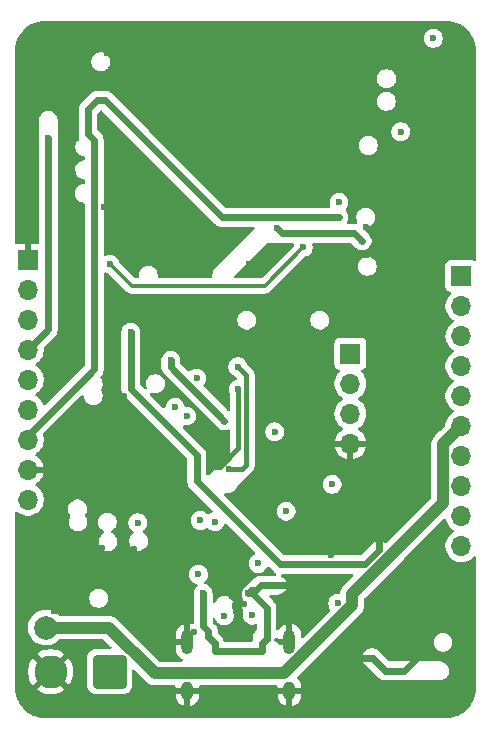
<source format=gbr>
%TF.GenerationSoftware,KiCad,Pcbnew,9.0.0*%
%TF.CreationDate,2025-04-10T21:45:59-06:00*%
%TF.ProjectId,esp32,65737033-322e-46b6-9963-61645f706362,rev?*%
%TF.SameCoordinates,Original*%
%TF.FileFunction,Copper,L3,Inr*%
%TF.FilePolarity,Positive*%
%FSLAX46Y46*%
G04 Gerber Fmt 4.6, Leading zero omitted, Abs format (unit mm)*
G04 Created by KiCad (PCBNEW 9.0.0) date 2025-04-10 21:45:59*
%MOMM*%
%LPD*%
G01*
G04 APERTURE LIST*
G04 Aperture macros list*
%AMRoundRect*
0 Rectangle with rounded corners*
0 $1 Rounding radius*
0 $2 $3 $4 $5 $6 $7 $8 $9 X,Y pos of 4 corners*
0 Add a 4 corners polygon primitive as box body*
4,1,4,$2,$3,$4,$5,$6,$7,$8,$9,$2,$3,0*
0 Add four circle primitives for the rounded corners*
1,1,$1+$1,$2,$3*
1,1,$1+$1,$4,$5*
1,1,$1+$1,$6,$7*
1,1,$1+$1,$8,$9*
0 Add four rect primitives between the rounded corners*
20,1,$1+$1,$2,$3,$4,$5,0*
20,1,$1+$1,$4,$5,$6,$7,0*
20,1,$1+$1,$6,$7,$8,$9,0*
20,1,$1+$1,$8,$9,$2,$3,0*%
G04 Aperture macros list end*
%TA.AperFunction,ComponentPad*%
%ADD10R,1.700000X1.700000*%
%TD*%
%TA.AperFunction,ComponentPad*%
%ADD11O,1.700000X1.700000*%
%TD*%
%TA.AperFunction,HeatsinkPad*%
%ADD12O,1.000000X2.100000*%
%TD*%
%TA.AperFunction,HeatsinkPad*%
%ADD13O,1.000000X1.600000*%
%TD*%
%TA.AperFunction,ComponentPad*%
%ADD14RoundRect,0.250001X1.149999X1.149999X-1.149999X1.149999X-1.149999X-1.149999X1.149999X-1.149999X0*%
%TD*%
%TA.AperFunction,ComponentPad*%
%ADD15C,2.800000*%
%TD*%
%TA.AperFunction,HeatsinkPad*%
%ADD16C,0.600000*%
%TD*%
%TA.AperFunction,ViaPad*%
%ADD17C,0.600000*%
%TD*%
%TA.AperFunction,ViaPad*%
%ADD18C,2.000000*%
%TD*%
%TA.AperFunction,Conductor*%
%ADD19C,0.600000*%
%TD*%
%TA.AperFunction,Conductor*%
%ADD20C,0.400000*%
%TD*%
%TA.AperFunction,Conductor*%
%ADD21C,1.000000*%
%TD*%
%TA.AperFunction,Conductor*%
%ADD22C,0.300000*%
%TD*%
G04 APERTURE END LIST*
D10*
%TO.N,Red_LED*%
%TO.C,J2*%
X95470000Y-87420000D03*
D11*
%TO.N,Green_LED*%
X95470000Y-89960000D03*
%TO.N,Blue_LED*%
X95470000Y-92500000D03*
%TO.N,CoolWhite_LED*%
X95470000Y-95040000D03*
%TO.N,WarmWhite_LED*%
X95470000Y-97580000D03*
%TO.N,VOUT*%
X95470000Y-100120000D03*
%TO.N,GND*%
X95470000Y-102660000D03*
%TO.N,IO19*%
X95470000Y-105200000D03*
%TO.N,IO34*%
X95470000Y-107740000D03*
%TO.N,IO15*%
X95470000Y-110280000D03*
%TD*%
D12*
%TO.N,GND*%
%TO.C,J4*%
X72270000Y-118380000D03*
D13*
X72270000Y-122560000D03*
D12*
X80910000Y-118380000D03*
D13*
X80910000Y-122560000D03*
%TD*%
D10*
%TO.N,GND*%
%TO.C,J1*%
X58765000Y-86030000D03*
D11*
%TO.N,Net-(J18-Pin_2)*%
X58765000Y-88570000D03*
%TO.N,Net-(J18-Pin_3)*%
X58765000Y-91110000D03*
%TO.N,+3V3*%
X58765000Y-93650000D03*
%TO.N,SCK*%
X58765000Y-96190000D03*
%TO.N,SD0*%
X58765000Y-98730000D03*
%TO.N,IO4*%
X58765000Y-101270000D03*
%TO.N,GND*%
X58765000Y-103810000D03*
%TO.N,VOUT*%
X58765000Y-106350000D03*
%TD*%
D14*
%TO.N,Net-(J2-Pin_1)*%
%TO.C,J5*%
X65695000Y-120905000D03*
D15*
%TO.N,GND*%
X60695000Y-120905000D03*
%TD*%
D16*
%TO.N,GND*%
%TO.C,U1*%
X74160000Y-73797500D03*
X74160000Y-75322500D03*
X74922500Y-73035000D03*
X74922500Y-74560000D03*
X74922500Y-76085000D03*
X75685000Y-73797500D03*
X75685000Y-75322500D03*
X76447500Y-73035000D03*
X76447500Y-74560000D03*
X76447500Y-76085000D03*
X77210000Y-73797500D03*
X77210000Y-75322500D03*
%TD*%
D10*
%TO.N,+3V3*%
%TO.C,J3*%
X86075000Y-93995000D03*
D11*
%TO.N,TXD*%
X86075000Y-96535000D03*
%TO.N,RXD*%
X86075000Y-99075000D03*
%TO.N,GND*%
X86075000Y-101615000D03*
%TD*%
D17*
%TO.N,VBUS*%
X78604000Y-119131000D03*
%TO.N,GND*%
X91890000Y-73705000D03*
%TO.N,IO33*%
X62600000Y-78720000D03*
%TO.N,BOOT*%
X72395000Y-87365000D03*
%TO.N,RXD*%
X90225000Y-71460000D03*
%TO.N,+5V*%
X84997893Y-115127893D03*
%TO.N,TXD*%
X90215000Y-69515000D03*
X74604997Y-108205209D03*
%TO.N,GND*%
X68930000Y-67180000D03*
X69575000Y-85520000D03*
X62855000Y-115770000D03*
X76030735Y-114519265D03*
X85655000Y-118025000D03*
X84420000Y-110995000D03*
X89155000Y-83255000D03*
X91197500Y-113310000D03*
X72835000Y-117563899D03*
X60975000Y-115780000D03*
X61883186Y-110508186D03*
X87375000Y-79530000D03*
X62520000Y-72755000D03*
X65810000Y-101985000D03*
X66210000Y-88735000D03*
X67720000Y-90695000D03*
X82835000Y-67265000D03*
X90100000Y-67810000D03*
X89545000Y-89165000D03*
X72515000Y-91160000D03*
X83140000Y-86360000D03*
X84070000Y-113225000D03*
X80045000Y-116720000D03*
X87405000Y-87700000D03*
X66935000Y-97535000D03*
X77500000Y-86425000D03*
X72465000Y-108715000D03*
X63755000Y-67365000D03*
%TO.N,+3V3*%
X60490000Y-75705000D03*
X92450000Y-118975000D03*
X86485000Y-119790000D03*
X84524000Y-105043844D03*
D18*
%TO.N,VOUT*%
X60285000Y-117185000D03*
D17*
%TO.N,+5V*%
X64060000Y-115835000D03*
X67485829Y-92184171D03*
X73065001Y-102845001D03*
X88481814Y-109588186D03*
%TO.N,Net-(D1-A)*%
X79665000Y-100610000D03*
X80630000Y-107315000D03*
%TO.N,Net-(D1-K)*%
X75395000Y-99650000D03*
X70880000Y-94525000D03*
%TO.N,DTR*%
X76540000Y-95095000D03*
X75795355Y-103779595D03*
%TO.N,RTS*%
X76575000Y-97005000D03*
X74510000Y-103545000D03*
%TO.N,VBUS*%
X81185000Y-113965000D03*
X77428527Y-114220000D03*
X73610000Y-114295000D03*
%TO.N,USB_D-*%
X75408972Y-116165000D03*
X77054294Y-115158725D03*
%TO.N,USB_D+*%
X76270000Y-115316471D03*
X77747553Y-116122553D03*
%TO.N,CC2*%
X78252577Y-111748984D03*
X72201971Y-99266971D03*
%TO.N,CC1*%
X73215000Y-112680000D03*
X71230000Y-98545000D03*
%TO.N,Net-(JP2-A)*%
X62465000Y-76385000D03*
X65038207Y-110433207D03*
%TO.N,RESET*%
X77435000Y-92385000D03*
X65491974Y-68539252D03*
X79940000Y-93195000D03*
%TO.N,BOOT*%
X70610000Y-87365000D03*
X79825000Y-83355000D03*
X73047500Y-96055000D03*
X87067500Y-84450000D03*
%TO.N,IO2*%
X65725000Y-86400000D03*
X82085000Y-84980000D03*
%TO.N,IO4*%
X85115000Y-82460000D03*
%TO.N,CFG1*%
X68485002Y-96335000D03*
X61299000Y-108385000D03*
%TO.N,IO33*%
X62750000Y-106035000D03*
%TO.N,CFG2*%
X65385000Y-96199125D03*
X66817498Y-108150000D03*
%TO.N,CFG3*%
X65385000Y-97199125D03*
X68067500Y-108310000D03*
%TO.N,IO26*%
X65196000Y-81565000D03*
X67760000Y-110550000D03*
%TO.N,IO23*%
X93090000Y-67297500D03*
%TO.N,IO21*%
X90331290Y-75196290D03*
%TO.N,IO18*%
X88301000Y-77660000D03*
%TO.N,IO17*%
X87395000Y-83225000D03*
%TO.N,IO16*%
X85115000Y-81190000D03*
X87501000Y-85669880D03*
%TO.N,RXD*%
X73363630Y-108114999D03*
%TO.N,+3V3*%
X92450000Y-118975000D03*
%TD*%
D19*
%TO.N,VBUS*%
X81185000Y-113965000D02*
X80805000Y-113585000D01*
X80805000Y-113585000D02*
X78495000Y-113585000D01*
X78495000Y-113585000D02*
X78051000Y-114029000D01*
X78051000Y-114029000D02*
X77619527Y-114029000D01*
X77619527Y-114029000D02*
X77428527Y-114220000D01*
D20*
%TO.N,DTR*%
X75795355Y-103779595D02*
X76915405Y-103779595D01*
X77276000Y-95831000D02*
X76540000Y-95095000D01*
X76915405Y-103779595D02*
X77276000Y-103419000D01*
X77276000Y-103419000D02*
X77276000Y-95831000D01*
%TO.N,RTS*%
X74510000Y-103545000D02*
X75040000Y-103545000D01*
X75040000Y-103545000D02*
X76575000Y-102010000D01*
X76575000Y-102010000D02*
X76575000Y-97005000D01*
D19*
%TO.N,VBUS*%
X78604000Y-118517149D02*
X78604000Y-119131000D01*
X78990000Y-115497214D02*
X78990000Y-118131149D01*
X77428527Y-114220000D02*
X77712786Y-114220000D01*
X78990000Y-118131149D02*
X78604000Y-118517149D01*
X77712786Y-114220000D02*
X78990000Y-115497214D01*
X74041000Y-117982149D02*
X74041000Y-117483214D01*
X74041000Y-117483214D02*
X73610000Y-117052214D01*
X78604000Y-119190000D02*
X74576000Y-119190000D01*
X78604000Y-119131000D02*
X78604000Y-119190000D01*
X74576000Y-119190000D02*
X74576000Y-118517149D01*
X74576000Y-118517149D02*
X74041000Y-117982149D01*
X73610000Y-117052214D02*
X73610000Y-114295000D01*
%TO.N,+3V3*%
X92450000Y-118975000D02*
X90575000Y-120850000D01*
X87950000Y-119790000D02*
X86485000Y-119790000D01*
X89010000Y-120850000D02*
X87950000Y-119790000D01*
X90575000Y-120850000D02*
X89010000Y-120850000D01*
%TO.N,+5V*%
X88481814Y-109588186D02*
X88481814Y-110648186D01*
X73065001Y-104782787D02*
X73065001Y-102845001D01*
X88481814Y-110648186D02*
X87294000Y-111836000D01*
X87294000Y-111836000D02*
X80118214Y-111836000D01*
X80118214Y-111836000D02*
X73065001Y-104782787D01*
%TO.N,BOOT*%
X79825000Y-83355000D02*
X80275000Y-83805000D01*
X80275000Y-83805000D02*
X86422500Y-83805000D01*
X86422500Y-83805000D02*
X87067500Y-84450000D01*
%TO.N,+3V3*%
X60490000Y-75705000D02*
X60490000Y-76645000D01*
X60490000Y-76645000D02*
X60502500Y-76657500D01*
X60502500Y-91912500D02*
X58765000Y-93650000D01*
X60502500Y-76657500D02*
X60502500Y-91912500D01*
D21*
%TO.N,VOUT*%
X71772530Y-121059000D02*
X80481000Y-121059000D01*
X71766530Y-121065000D02*
X71772530Y-121059000D01*
X60285000Y-117185000D02*
X65626844Y-117185000D01*
X93919000Y-101671000D02*
X95470000Y-100120000D01*
X80481000Y-121059000D02*
X86234628Y-115305372D01*
X86234628Y-114311000D02*
X93919000Y-106626628D01*
X93919000Y-106626628D02*
X93919000Y-101671000D01*
X65626844Y-117185000D02*
X69506844Y-121065000D01*
X86234628Y-115305372D02*
X86234628Y-114311000D01*
X69506844Y-121065000D02*
X71766530Y-121065000D01*
D19*
%TO.N,+5V*%
X73065001Y-102845001D02*
X73065001Y-102532215D01*
X67485829Y-96953043D02*
X67485829Y-92184171D01*
X73065001Y-102532215D02*
X67485829Y-96953043D01*
%TO.N,Net-(D1-K)*%
X70880000Y-95135000D02*
X70880000Y-94525000D01*
X75395000Y-99650000D02*
X70880000Y-95135000D01*
D22*
%TO.N,IO2*%
X67571000Y-88246000D02*
X65725000Y-86400000D01*
X82085000Y-84980000D02*
X78819000Y-88246000D01*
X78819000Y-88246000D02*
X67571000Y-88246000D01*
D19*
%TO.N,IO4*%
X63864000Y-73315714D02*
X63864000Y-75409628D01*
X64396000Y-75941628D02*
X64396000Y-95303714D01*
X65311786Y-72531500D02*
X64648214Y-72531500D01*
X85115000Y-82460000D02*
X75240286Y-82460000D01*
X64648214Y-72531500D02*
X63864000Y-73315714D01*
X63864000Y-75409628D02*
X64396000Y-75941628D01*
X75240286Y-82460000D02*
X65311786Y-72531500D01*
X64396000Y-95303714D02*
X58765000Y-100934714D01*
%TD*%
%TA.AperFunction,Conductor*%
%TO.N,GND*%
G36*
X94203736Y-65825726D02*
G01*
X94493796Y-65843271D01*
X94508659Y-65845076D01*
X94790798Y-65896780D01*
X94805335Y-65900363D01*
X95079172Y-65985695D01*
X95093163Y-65991000D01*
X95354743Y-66108727D01*
X95367989Y-66115680D01*
X95613465Y-66264075D01*
X95625776Y-66272573D01*
X95851573Y-66449473D01*
X95862781Y-66459403D01*
X96065596Y-66662218D01*
X96075526Y-66673426D01*
X96077316Y-66675711D01*
X96195481Y-66826538D01*
X96252422Y-66899217D01*
X96260928Y-66911540D01*
X96409316Y-67157004D01*
X96416275Y-67170263D01*
X96533997Y-67431831D01*
X96539306Y-67445832D01*
X96624635Y-67719663D01*
X96628219Y-67734201D01*
X96679923Y-68016340D01*
X96681728Y-68031205D01*
X96699274Y-68321263D01*
X96699500Y-68328750D01*
X96699500Y-85998771D01*
X96679815Y-86065810D01*
X96627011Y-86111565D01*
X96557853Y-86121509D01*
X96532167Y-86114953D01*
X96427482Y-86075908D01*
X96427483Y-86075908D01*
X96367883Y-86069501D01*
X96367881Y-86069500D01*
X96367873Y-86069500D01*
X96367864Y-86069500D01*
X94572129Y-86069500D01*
X94572123Y-86069501D01*
X94512516Y-86075908D01*
X94377671Y-86126202D01*
X94377664Y-86126206D01*
X94262455Y-86212452D01*
X94262452Y-86212455D01*
X94176206Y-86327664D01*
X94176202Y-86327671D01*
X94125908Y-86462517D01*
X94119501Y-86522116D01*
X94119500Y-86522135D01*
X94119500Y-88317870D01*
X94119501Y-88317876D01*
X94125908Y-88377483D01*
X94176202Y-88512328D01*
X94176206Y-88512335D01*
X94262452Y-88627544D01*
X94262455Y-88627547D01*
X94377664Y-88713793D01*
X94377671Y-88713797D01*
X94509082Y-88762810D01*
X94565016Y-88804681D01*
X94589433Y-88870145D01*
X94574582Y-88938418D01*
X94553431Y-88966673D01*
X94439889Y-89080215D01*
X94314951Y-89252179D01*
X94218444Y-89441585D01*
X94152753Y-89643760D01*
X94139878Y-89725050D01*
X94119500Y-89853713D01*
X94119500Y-90066287D01*
X94123973Y-90094527D01*
X94145462Y-90230208D01*
X94152754Y-90276243D01*
X94204535Y-90435609D01*
X94218444Y-90478414D01*
X94314951Y-90667820D01*
X94439890Y-90839786D01*
X94590213Y-90990109D01*
X94762182Y-91115050D01*
X94770946Y-91119516D01*
X94821742Y-91167491D01*
X94838536Y-91235312D01*
X94815998Y-91301447D01*
X94770946Y-91340484D01*
X94762182Y-91344949D01*
X94590213Y-91469890D01*
X94439890Y-91620213D01*
X94314951Y-91792179D01*
X94218444Y-91981585D01*
X94152753Y-92183760D01*
X94135660Y-92291685D01*
X94119500Y-92393713D01*
X94119500Y-92606287D01*
X94129534Y-92669644D01*
X94145462Y-92770208D01*
X94152754Y-92816243D01*
X94180836Y-92902671D01*
X94218444Y-93018414D01*
X94314951Y-93207820D01*
X94439890Y-93379786D01*
X94590213Y-93530109D01*
X94762182Y-93655050D01*
X94770946Y-93659516D01*
X94821742Y-93707491D01*
X94838536Y-93775312D01*
X94815998Y-93841447D01*
X94770946Y-93880484D01*
X94762182Y-93884949D01*
X94590213Y-94009890D01*
X94439890Y-94160213D01*
X94314951Y-94332179D01*
X94218444Y-94521585D01*
X94152753Y-94723760D01*
X94120831Y-94925312D01*
X94119500Y-94933713D01*
X94119500Y-95146287D01*
X94123973Y-95174527D01*
X94152513Y-95354725D01*
X94152754Y-95356243D01*
X94213991Y-95544711D01*
X94218444Y-95558414D01*
X94314951Y-95747820D01*
X94439890Y-95919786D01*
X94590213Y-96070109D01*
X94762182Y-96195050D01*
X94770946Y-96199516D01*
X94821742Y-96247491D01*
X94838536Y-96315312D01*
X94815998Y-96381447D01*
X94770946Y-96420484D01*
X94762182Y-96424949D01*
X94590213Y-96549890D01*
X94439890Y-96700213D01*
X94314951Y-96872179D01*
X94218444Y-97061585D01*
X94152753Y-97263760D01*
X94126373Y-97430316D01*
X94119500Y-97473713D01*
X94119500Y-97686287D01*
X94123973Y-97714527D01*
X94149618Y-97876447D01*
X94152754Y-97896243D01*
X94201183Y-98045292D01*
X94218444Y-98098414D01*
X94314951Y-98287820D01*
X94439890Y-98459786D01*
X94590213Y-98610109D01*
X94762182Y-98735050D01*
X94770946Y-98739516D01*
X94821742Y-98787491D01*
X94838536Y-98855312D01*
X94815998Y-98921447D01*
X94770946Y-98960484D01*
X94762182Y-98964949D01*
X94590213Y-99089890D01*
X94439890Y-99240213D01*
X94314951Y-99412179D01*
X94218444Y-99601585D01*
X94152753Y-99803760D01*
X94118738Y-100018525D01*
X94117684Y-100018358D01*
X94094621Y-100078850D01*
X94083576Y-100091503D01*
X93671661Y-100503418D01*
X93281221Y-100893858D01*
X93281218Y-100893861D01*
X93221322Y-100953757D01*
X93141859Y-101033219D01*
X93032371Y-101197079D01*
X93032364Y-101197091D01*
X93000074Y-101275049D01*
X93000074Y-101275051D01*
X92990208Y-101298870D01*
X92961351Y-101368538D01*
X92961351Y-101368539D01*
X92956949Y-101379165D01*
X92956946Y-101379175D01*
X92918500Y-101572454D01*
X92918500Y-106160846D01*
X92898815Y-106227885D01*
X92882181Y-106248527D01*
X89157554Y-109973153D01*
X89096231Y-110006638D01*
X89026539Y-110001654D01*
X89000982Y-109988574D01*
X88887228Y-109912566D01*
X88887215Y-109912559D01*
X88741544Y-109852221D01*
X88741532Y-109852218D01*
X88586888Y-109821457D01*
X88586885Y-109821457D01*
X88429201Y-109821457D01*
X88429198Y-109821457D01*
X88274553Y-109852218D01*
X88274541Y-109852221D01*
X88128870Y-109912559D01*
X88128857Y-109912566D01*
X87997754Y-110000167D01*
X87997750Y-110000170D01*
X86998741Y-110999181D01*
X86937418Y-111032666D01*
X86911060Y-111035500D01*
X80501154Y-111035500D01*
X80434115Y-111015815D01*
X80413473Y-110999181D01*
X76650445Y-107236153D01*
X79829500Y-107236153D01*
X79829500Y-107393846D01*
X79860261Y-107548489D01*
X79860264Y-107548501D01*
X79920602Y-107694172D01*
X79920609Y-107694185D01*
X80008210Y-107825288D01*
X80008213Y-107825292D01*
X80119707Y-107936786D01*
X80119711Y-107936789D01*
X80250814Y-108024390D01*
X80250827Y-108024397D01*
X80376612Y-108076498D01*
X80396503Y-108084737D01*
X80551153Y-108115499D01*
X80551156Y-108115500D01*
X80551158Y-108115500D01*
X80708844Y-108115500D01*
X80708845Y-108115499D01*
X80863497Y-108084737D01*
X81009179Y-108024394D01*
X81140289Y-107936789D01*
X81251789Y-107825289D01*
X81339394Y-107694179D01*
X81341867Y-107688210D01*
X81376453Y-107604710D01*
X81399737Y-107548497D01*
X81430500Y-107393842D01*
X81430500Y-107236158D01*
X81430500Y-107236155D01*
X81430499Y-107236153D01*
X81426061Y-107213842D01*
X81399737Y-107081503D01*
X81363398Y-106993772D01*
X81339397Y-106935827D01*
X81339390Y-106935814D01*
X81251789Y-106804711D01*
X81251786Y-106804707D01*
X81140292Y-106693213D01*
X81140288Y-106693210D01*
X81009185Y-106605609D01*
X81009172Y-106605602D01*
X80863501Y-106545264D01*
X80863489Y-106545261D01*
X80708845Y-106514500D01*
X80708842Y-106514500D01*
X80551158Y-106514500D01*
X80551155Y-106514500D01*
X80396510Y-106545261D01*
X80396498Y-106545264D01*
X80250827Y-106605602D01*
X80250814Y-106605609D01*
X80119711Y-106693210D01*
X80119707Y-106693213D01*
X80008213Y-106804707D01*
X80008210Y-106804711D01*
X79920609Y-106935814D01*
X79920602Y-106935827D01*
X79860264Y-107081498D01*
X79860261Y-107081510D01*
X79829500Y-107236153D01*
X76650445Y-107236153D01*
X75411660Y-105997368D01*
X75378175Y-105936045D01*
X75383159Y-105866353D01*
X75425031Y-105810420D01*
X75490495Y-105786003D01*
X75523531Y-105788069D01*
X75544359Y-105792212D01*
X75611155Y-105805500D01*
X75611158Y-105805500D01*
X75768844Y-105805500D01*
X75768845Y-105805499D01*
X75923497Y-105774737D01*
X76069179Y-105714394D01*
X76200289Y-105626789D01*
X76311789Y-105515289D01*
X76399394Y-105384179D01*
X76399395Y-105384176D01*
X76399397Y-105384173D01*
X76459192Y-105239812D01*
X76486069Y-105199586D01*
X76720658Y-104964997D01*
X83723500Y-104964997D01*
X83723500Y-105122690D01*
X83754261Y-105277333D01*
X83754264Y-105277345D01*
X83814602Y-105423016D01*
X83814609Y-105423029D01*
X83902210Y-105554132D01*
X83902213Y-105554136D01*
X84013707Y-105665630D01*
X84013711Y-105665633D01*
X84144814Y-105753234D01*
X84144827Y-105753241D01*
X84290498Y-105813579D01*
X84290503Y-105813581D01*
X84445153Y-105844343D01*
X84445156Y-105844344D01*
X84445158Y-105844344D01*
X84602844Y-105844344D01*
X84602845Y-105844343D01*
X84757497Y-105813581D01*
X84903179Y-105753238D01*
X85034289Y-105665633D01*
X85145789Y-105554133D01*
X85233394Y-105423023D01*
X85293737Y-105277341D01*
X85324500Y-105122686D01*
X85324500Y-104965002D01*
X85324500Y-104964999D01*
X85324499Y-104964997D01*
X85321248Y-104948651D01*
X85293737Y-104810347D01*
X85293735Y-104810342D01*
X85233397Y-104664671D01*
X85233390Y-104664658D01*
X85145789Y-104533555D01*
X85145786Y-104533551D01*
X85034292Y-104422057D01*
X85034288Y-104422054D01*
X84903185Y-104334453D01*
X84903172Y-104334446D01*
X84757501Y-104274108D01*
X84757489Y-104274105D01*
X84602845Y-104243344D01*
X84602842Y-104243344D01*
X84445158Y-104243344D01*
X84445155Y-104243344D01*
X84290510Y-104274105D01*
X84290498Y-104274108D01*
X84144827Y-104334446D01*
X84144814Y-104334453D01*
X84013711Y-104422054D01*
X84013707Y-104422057D01*
X83902213Y-104533551D01*
X83902210Y-104533555D01*
X83814609Y-104664658D01*
X83814602Y-104664671D01*
X83754264Y-104810342D01*
X83754261Y-104810354D01*
X83723500Y-104964997D01*
X76720658Y-104964997D01*
X77820114Y-103865543D01*
X77896775Y-103750811D01*
X77949580Y-103623328D01*
X77969563Y-103522868D01*
X77976500Y-103487996D01*
X77976500Y-100531153D01*
X78864500Y-100531153D01*
X78864500Y-100688846D01*
X78895261Y-100843489D01*
X78895264Y-100843501D01*
X78955602Y-100989172D01*
X78955609Y-100989185D01*
X79043210Y-101120288D01*
X79043213Y-101120292D01*
X79154707Y-101231786D01*
X79154711Y-101231789D01*
X79285814Y-101319390D01*
X79285827Y-101319397D01*
X79423171Y-101376286D01*
X79431503Y-101379737D01*
X79586153Y-101410499D01*
X79586156Y-101410500D01*
X79586158Y-101410500D01*
X79743844Y-101410500D01*
X79743845Y-101410499D01*
X79898497Y-101379737D01*
X80044179Y-101319394D01*
X80175289Y-101231789D01*
X80286789Y-101120289D01*
X80374394Y-100989179D01*
X80434737Y-100843497D01*
X80465500Y-100688842D01*
X80465500Y-100531158D01*
X80465500Y-100531155D01*
X80465499Y-100531153D01*
X80443337Y-100419737D01*
X80434737Y-100376503D01*
X80427650Y-100359393D01*
X80374397Y-100230827D01*
X80374390Y-100230814D01*
X80286789Y-100099711D01*
X80286786Y-100099707D01*
X80175292Y-99988213D01*
X80175288Y-99988210D01*
X80044185Y-99900609D01*
X80044172Y-99900602D01*
X79898501Y-99840264D01*
X79898489Y-99840261D01*
X79743845Y-99809500D01*
X79743842Y-99809500D01*
X79586158Y-99809500D01*
X79586155Y-99809500D01*
X79431510Y-99840261D01*
X79431498Y-99840264D01*
X79285827Y-99900602D01*
X79285814Y-99900609D01*
X79154711Y-99988210D01*
X79154707Y-99988213D01*
X79043213Y-100099707D01*
X79043210Y-100099711D01*
X78955609Y-100230814D01*
X78955602Y-100230827D01*
X78895264Y-100376498D01*
X78895261Y-100376510D01*
X78864500Y-100531153D01*
X77976500Y-100531153D01*
X77976500Y-95762004D01*
X77949581Y-95626676D01*
X77949580Y-95626675D01*
X77949580Y-95626672D01*
X77938646Y-95600276D01*
X77928178Y-95575004D01*
X77896778Y-95499195D01*
X77896776Y-95499192D01*
X77896775Y-95499189D01*
X77820114Y-95384457D01*
X77820112Y-95384454D01*
X77820111Y-95384453D01*
X77336071Y-94900414D01*
X77309191Y-94860185D01*
X77249397Y-94715827D01*
X77249390Y-94715814D01*
X77161789Y-94584711D01*
X77161786Y-94584707D01*
X77050292Y-94473213D01*
X77050288Y-94473210D01*
X76919185Y-94385609D01*
X76919172Y-94385602D01*
X76773501Y-94325264D01*
X76773489Y-94325261D01*
X76618845Y-94294500D01*
X76618842Y-94294500D01*
X76461158Y-94294500D01*
X76461155Y-94294500D01*
X76306510Y-94325261D01*
X76306498Y-94325264D01*
X76160827Y-94385602D01*
X76160814Y-94385609D01*
X76029711Y-94473210D01*
X76029707Y-94473213D01*
X75918213Y-94584707D01*
X75918210Y-94584711D01*
X75830609Y-94715814D01*
X75830602Y-94715827D01*
X75770264Y-94861498D01*
X75770261Y-94861510D01*
X75739500Y-95016153D01*
X75739500Y-95173846D01*
X75770261Y-95328489D01*
X75770264Y-95328501D01*
X75830602Y-95474172D01*
X75830609Y-95474185D01*
X75918210Y-95605288D01*
X75918213Y-95605292D01*
X76029707Y-95716786D01*
X76029711Y-95716789D01*
X76160814Y-95804390D01*
X76160827Y-95804397D01*
X76305185Y-95864191D01*
X76312117Y-95868823D01*
X76317160Y-95869920D01*
X76345414Y-95891071D01*
X76467811Y-96013468D01*
X76501296Y-96074791D01*
X76496312Y-96144483D01*
X76454440Y-96200416D01*
X76404323Y-96222766D01*
X76341507Y-96235261D01*
X76341498Y-96235264D01*
X76195827Y-96295602D01*
X76195814Y-96295609D01*
X76064711Y-96383210D01*
X76064707Y-96383213D01*
X75953213Y-96494707D01*
X75953210Y-96494711D01*
X75865609Y-96625814D01*
X75865602Y-96625827D01*
X75805264Y-96771498D01*
X75805261Y-96771510D01*
X75774500Y-96926153D01*
X75774500Y-97083846D01*
X75805261Y-97238489D01*
X75805264Y-97238501D01*
X75865061Y-97382864D01*
X75874500Y-97430316D01*
X75874500Y-98698060D01*
X75854815Y-98765099D01*
X75802011Y-98810854D01*
X75732853Y-98820798D01*
X75669297Y-98791773D01*
X75662819Y-98785741D01*
X73643509Y-96766431D01*
X73610024Y-96705108D01*
X73615008Y-96635416D01*
X73643508Y-96591069D01*
X73669289Y-96565289D01*
X73756894Y-96434179D01*
X73817237Y-96288497D01*
X73848000Y-96133842D01*
X73848000Y-95976158D01*
X73848000Y-95976155D01*
X73847999Y-95976153D01*
X73829964Y-95885488D01*
X73817237Y-95821503D01*
X73817235Y-95821498D01*
X73756897Y-95675827D01*
X73756890Y-95675814D01*
X73669289Y-95544711D01*
X73669286Y-95544707D01*
X73557792Y-95433213D01*
X73557788Y-95433210D01*
X73426685Y-95345609D01*
X73426672Y-95345602D01*
X73281001Y-95285264D01*
X73280989Y-95285261D01*
X73126345Y-95254500D01*
X73126342Y-95254500D01*
X72968658Y-95254500D01*
X72968655Y-95254500D01*
X72814010Y-95285261D01*
X72813998Y-95285264D01*
X72668327Y-95345602D01*
X72668314Y-95345609D01*
X72537211Y-95433210D01*
X72511429Y-95458992D01*
X72450105Y-95492476D01*
X72380414Y-95487490D01*
X72336068Y-95458990D01*
X71716819Y-94839741D01*
X71683334Y-94778418D01*
X71680500Y-94752060D01*
X71680500Y-94446155D01*
X71680499Y-94446153D01*
X71668455Y-94385606D01*
X71649737Y-94291503D01*
X71600667Y-94173036D01*
X71589397Y-94145827D01*
X71589390Y-94145814D01*
X71501789Y-94014711D01*
X71501786Y-94014707D01*
X71390292Y-93903213D01*
X71390288Y-93903210D01*
X71259185Y-93815609D01*
X71259172Y-93815602D01*
X71113501Y-93755264D01*
X71113489Y-93755261D01*
X70958845Y-93724500D01*
X70958842Y-93724500D01*
X70801158Y-93724500D01*
X70801155Y-93724500D01*
X70646510Y-93755261D01*
X70646498Y-93755264D01*
X70500827Y-93815602D01*
X70500814Y-93815609D01*
X70369711Y-93903210D01*
X70369707Y-93903213D01*
X70258213Y-94014707D01*
X70258210Y-94014711D01*
X70170609Y-94145814D01*
X70170602Y-94145827D01*
X70110264Y-94291498D01*
X70110261Y-94291510D01*
X70079500Y-94446153D01*
X70079500Y-95213846D01*
X70110261Y-95368489D01*
X70110264Y-95368501D01*
X70170602Y-95514172D01*
X70170609Y-95514185D01*
X70258210Y-95645288D01*
X70258213Y-95645292D01*
X74773211Y-100160289D01*
X74842970Y-100230048D01*
X74884712Y-100271790D01*
X75015817Y-100359392D01*
X75015819Y-100359392D01*
X75015821Y-100359394D01*
X75142426Y-100411835D01*
X75142427Y-100411836D01*
X75154224Y-100416722D01*
X75161503Y-100419737D01*
X75161507Y-100419737D01*
X75161508Y-100419738D01*
X75316154Y-100450500D01*
X75316157Y-100450500D01*
X75473844Y-100450500D01*
X75473845Y-100450499D01*
X75628497Y-100419737D01*
X75703049Y-100388856D01*
X75772516Y-100381388D01*
X75834996Y-100412663D01*
X75870648Y-100472752D01*
X75874500Y-100503418D01*
X75874500Y-102508480D01*
X75854815Y-102575519D01*
X75838181Y-102596161D01*
X74225412Y-104208929D01*
X74218480Y-104213560D01*
X74215537Y-104217800D01*
X74185183Y-104235809D01*
X74036953Y-104297207D01*
X73967484Y-104304676D01*
X73905005Y-104273400D01*
X73869353Y-104213311D01*
X73865501Y-104182646D01*
X73865501Y-102453372D01*
X73860918Y-102430330D01*
X73860918Y-102430329D01*
X73839481Y-102322557D01*
X73834739Y-102298718D01*
X73774395Y-102153036D01*
X73774393Y-102153033D01*
X73774391Y-102153029D01*
X73686790Y-102021926D01*
X73686787Y-102021922D01*
X71924346Y-100259481D01*
X71890861Y-100198158D01*
X71895845Y-100128466D01*
X71937717Y-100072533D01*
X72003181Y-100048116D01*
X72036215Y-100050182D01*
X72080293Y-100058950D01*
X72123127Y-100067471D01*
X72123129Y-100067471D01*
X72280815Y-100067471D01*
X72280816Y-100067470D01*
X72435468Y-100036708D01*
X72581150Y-99976365D01*
X72712260Y-99888760D01*
X72823760Y-99777260D01*
X72911365Y-99646150D01*
X72971708Y-99500468D01*
X73002471Y-99345813D01*
X73002471Y-99188129D01*
X73002471Y-99188126D01*
X73002470Y-99188124D01*
X73001110Y-99181286D01*
X72971708Y-99033474D01*
X72956775Y-98997422D01*
X72911368Y-98887798D01*
X72911361Y-98887785D01*
X72823760Y-98756682D01*
X72823757Y-98756678D01*
X72712263Y-98645184D01*
X72712259Y-98645181D01*
X72581156Y-98557580D01*
X72581143Y-98557573D01*
X72435472Y-98497235D01*
X72435460Y-98497232D01*
X72280816Y-98466471D01*
X72280813Y-98466471D01*
X72132326Y-98466471D01*
X72065287Y-98446786D01*
X72019532Y-98393982D01*
X72010709Y-98366662D01*
X71999738Y-98311509D01*
X71999737Y-98311503D01*
X71996935Y-98304738D01*
X71939397Y-98165827D01*
X71939390Y-98165814D01*
X71851789Y-98034711D01*
X71851786Y-98034707D01*
X71740292Y-97923213D01*
X71740288Y-97923210D01*
X71609185Y-97835609D01*
X71609172Y-97835602D01*
X71463501Y-97775264D01*
X71463489Y-97775261D01*
X71308845Y-97744500D01*
X71308842Y-97744500D01*
X71151158Y-97744500D01*
X71151155Y-97744500D01*
X70996510Y-97775261D01*
X70996498Y-97775264D01*
X70850827Y-97835602D01*
X70850814Y-97835609D01*
X70719711Y-97923210D01*
X70719707Y-97923213D01*
X70608213Y-98034707D01*
X70608210Y-98034711D01*
X70520609Y-98165814D01*
X70520602Y-98165827D01*
X70460264Y-98311498D01*
X70460261Y-98311510D01*
X70429500Y-98466153D01*
X70428903Y-98472218D01*
X70427501Y-98472079D01*
X70409815Y-98532313D01*
X70357011Y-98578068D01*
X70287853Y-98588012D01*
X70224297Y-98558987D01*
X70217819Y-98552955D01*
X69149197Y-97484333D01*
X69115712Y-97423010D01*
X69120696Y-97353318D01*
X69162568Y-97297385D01*
X69228032Y-97272968D01*
X69284329Y-97282090D01*
X69339003Y-97304737D01*
X69477209Y-97332228D01*
X69493653Y-97335499D01*
X69493656Y-97335500D01*
X69493658Y-97335500D01*
X69651344Y-97335500D01*
X69651345Y-97335499D01*
X69805997Y-97304737D01*
X69951679Y-97244394D01*
X70082789Y-97156789D01*
X70194289Y-97045289D01*
X70281894Y-96914179D01*
X70342237Y-96768497D01*
X70373000Y-96613842D01*
X70373000Y-96456158D01*
X70373000Y-96456155D01*
X70372999Y-96456153D01*
X70358490Y-96383211D01*
X70342237Y-96301503D01*
X70342235Y-96301498D01*
X70281897Y-96155827D01*
X70281890Y-96155814D01*
X70194289Y-96024711D01*
X70194286Y-96024707D01*
X70082792Y-95913213D01*
X70082788Y-95913210D01*
X69951685Y-95825609D01*
X69951672Y-95825602D01*
X69806001Y-95765264D01*
X69805989Y-95765261D01*
X69651345Y-95734500D01*
X69651342Y-95734500D01*
X69493658Y-95734500D01*
X69493655Y-95734500D01*
X69339010Y-95765261D01*
X69338998Y-95765264D01*
X69193327Y-95825602D01*
X69193314Y-95825609D01*
X69062211Y-95913210D01*
X69062207Y-95913213D01*
X68950713Y-96024707D01*
X68950710Y-96024711D01*
X68863109Y-96155814D01*
X68863102Y-96155827D01*
X68802764Y-96301498D01*
X68802761Y-96301510D01*
X68772000Y-96456153D01*
X68772000Y-96613846D01*
X68793709Y-96722980D01*
X68802763Y-96768497D01*
X68825409Y-96823169D01*
X68832877Y-96892639D01*
X68801601Y-96955118D01*
X68741512Y-96990770D01*
X68671687Y-96988275D01*
X68623166Y-96958302D01*
X68322648Y-96657784D01*
X68289163Y-96596461D01*
X68286329Y-96570103D01*
X68286329Y-93097135D01*
X84724500Y-93097135D01*
X84724500Y-94892870D01*
X84724501Y-94892876D01*
X84730908Y-94952483D01*
X84781202Y-95087328D01*
X84781206Y-95087335D01*
X84867452Y-95202544D01*
X84867455Y-95202547D01*
X84982664Y-95288793D01*
X84982671Y-95288797D01*
X85114082Y-95337810D01*
X85170016Y-95379681D01*
X85194433Y-95445145D01*
X85179582Y-95513418D01*
X85158431Y-95541673D01*
X85044889Y-95655215D01*
X84919951Y-95827179D01*
X84823444Y-96016585D01*
X84757753Y-96218760D01*
X84725803Y-96420484D01*
X84724500Y-96428713D01*
X84724500Y-96641287D01*
X84732842Y-96693955D01*
X84745123Y-96771498D01*
X84757754Y-96851243D01*
X84820803Y-97045288D01*
X84823444Y-97053414D01*
X84919951Y-97242820D01*
X85044890Y-97414786D01*
X85195213Y-97565109D01*
X85367182Y-97690050D01*
X85375946Y-97694516D01*
X85426742Y-97742491D01*
X85443536Y-97810312D01*
X85420998Y-97876447D01*
X85375946Y-97915484D01*
X85367182Y-97919949D01*
X85195213Y-98044890D01*
X85044890Y-98195213D01*
X84919951Y-98367179D01*
X84823444Y-98556585D01*
X84757753Y-98758760D01*
X84744143Y-98844692D01*
X84724500Y-98968713D01*
X84724500Y-99181287D01*
X84732842Y-99233955D01*
X84750558Y-99345813D01*
X84757754Y-99391243D01*
X84813382Y-99562449D01*
X84823444Y-99593414D01*
X84919951Y-99782820D01*
X85044890Y-99954786D01*
X85195213Y-100105109D01*
X85367179Y-100230048D01*
X85367181Y-100230049D01*
X85367184Y-100230051D01*
X85376493Y-100234794D01*
X85427290Y-100282766D01*
X85444087Y-100350587D01*
X85421552Y-100416722D01*
X85376502Y-100455762D01*
X85367443Y-100460378D01*
X85195540Y-100585272D01*
X85195535Y-100585276D01*
X85045276Y-100735535D01*
X85045272Y-100735540D01*
X84920379Y-100907442D01*
X84823904Y-101096782D01*
X84758242Y-101298870D01*
X84758242Y-101298873D01*
X84747769Y-101365000D01*
X85641988Y-101365000D01*
X85609075Y-101422007D01*
X85575000Y-101549174D01*
X85575000Y-101680826D01*
X85609075Y-101807993D01*
X85641988Y-101865000D01*
X84747769Y-101865000D01*
X84758242Y-101931126D01*
X84758242Y-101931129D01*
X84823904Y-102133217D01*
X84920379Y-102322557D01*
X85045272Y-102494459D01*
X85045276Y-102494464D01*
X85195535Y-102644723D01*
X85195540Y-102644727D01*
X85367442Y-102769620D01*
X85556782Y-102866095D01*
X85758871Y-102931757D01*
X85825000Y-102942231D01*
X85825000Y-102048012D01*
X85882007Y-102080925D01*
X86009174Y-102115000D01*
X86140826Y-102115000D01*
X86267993Y-102080925D01*
X86325000Y-102048012D01*
X86325000Y-102942230D01*
X86391126Y-102931757D01*
X86391129Y-102931757D01*
X86593217Y-102866095D01*
X86782557Y-102769620D01*
X86954459Y-102644727D01*
X86954464Y-102644723D01*
X87104723Y-102494464D01*
X87104727Y-102494459D01*
X87229620Y-102322557D01*
X87326095Y-102133217D01*
X87391757Y-101931129D01*
X87391757Y-101931126D01*
X87402231Y-101865000D01*
X86508012Y-101865000D01*
X86540925Y-101807993D01*
X86575000Y-101680826D01*
X86575000Y-101549174D01*
X86540925Y-101422007D01*
X86508012Y-101365000D01*
X87402231Y-101365000D01*
X87391757Y-101298873D01*
X87391757Y-101298870D01*
X87326095Y-101096782D01*
X87229620Y-100907442D01*
X87104727Y-100735540D01*
X87104723Y-100735535D01*
X86954464Y-100585276D01*
X86954459Y-100585272D01*
X86782555Y-100460377D01*
X86773500Y-100455763D01*
X86722706Y-100407788D01*
X86705912Y-100339966D01*
X86728451Y-100273832D01*
X86773508Y-100234793D01*
X86782816Y-100230051D01*
X86878836Y-100160289D01*
X86954786Y-100105109D01*
X86954788Y-100105106D01*
X86954792Y-100105104D01*
X87105104Y-99954792D01*
X87105106Y-99954788D01*
X87105109Y-99954786D01*
X87230048Y-99782820D01*
X87230047Y-99782820D01*
X87230051Y-99782816D01*
X87326557Y-99593412D01*
X87392246Y-99391243D01*
X87425500Y-99181287D01*
X87425500Y-98968713D01*
X87392246Y-98758757D01*
X87326557Y-98556588D01*
X87230051Y-98367184D01*
X87230049Y-98367181D01*
X87230048Y-98367179D01*
X87105109Y-98195213D01*
X86954786Y-98044890D01*
X86782820Y-97919951D01*
X86782115Y-97919591D01*
X86774054Y-97915485D01*
X86723259Y-97867512D01*
X86706463Y-97799692D01*
X86728999Y-97733556D01*
X86774054Y-97694515D01*
X86782816Y-97690051D01*
X86841924Y-97647107D01*
X86954786Y-97565109D01*
X86954788Y-97565106D01*
X86954792Y-97565104D01*
X87105104Y-97414792D01*
X87105106Y-97414788D01*
X87105109Y-97414786D01*
X87228902Y-97244397D01*
X87230051Y-97242816D01*
X87326557Y-97053412D01*
X87392246Y-96851243D01*
X87425500Y-96641287D01*
X87425500Y-96428713D01*
X87392246Y-96218757D01*
X87326557Y-96016588D01*
X87230051Y-95827184D01*
X87230049Y-95827181D01*
X87230048Y-95827179D01*
X87105109Y-95655213D01*
X86991569Y-95541673D01*
X86958084Y-95480350D01*
X86963068Y-95410658D01*
X87004940Y-95354725D01*
X87035915Y-95337810D01*
X87167331Y-95288796D01*
X87282546Y-95202546D01*
X87368796Y-95087331D01*
X87419091Y-94952483D01*
X87425500Y-94892873D01*
X87425499Y-93097128D01*
X87419091Y-93037517D01*
X87411965Y-93018412D01*
X87368797Y-92902671D01*
X87368793Y-92902664D01*
X87282547Y-92787455D01*
X87282544Y-92787452D01*
X87167335Y-92701206D01*
X87167328Y-92701202D01*
X87032482Y-92650908D01*
X87032483Y-92650908D01*
X86972883Y-92644501D01*
X86972881Y-92644500D01*
X86972873Y-92644500D01*
X86972864Y-92644500D01*
X85177129Y-92644500D01*
X85177123Y-92644501D01*
X85117516Y-92650908D01*
X84982671Y-92701202D01*
X84982664Y-92701206D01*
X84867455Y-92787452D01*
X84867452Y-92787455D01*
X84781206Y-92902664D01*
X84781202Y-92902671D01*
X84730908Y-93037517D01*
X84724501Y-93097116D01*
X84724501Y-93097123D01*
X84724500Y-93097135D01*
X68286329Y-93097135D01*
X68286329Y-92105326D01*
X68286328Y-92105324D01*
X68261715Y-91981588D01*
X68255566Y-91950674D01*
X68253423Y-91945500D01*
X68195226Y-91804998D01*
X68195219Y-91804985D01*
X68107618Y-91673882D01*
X68107615Y-91673878D01*
X67996121Y-91562384D01*
X67996117Y-91562381D01*
X67865014Y-91474780D01*
X67865001Y-91474773D01*
X67719330Y-91414435D01*
X67719318Y-91414432D01*
X67564674Y-91383671D01*
X67564671Y-91383671D01*
X67406987Y-91383671D01*
X67406984Y-91383671D01*
X67252339Y-91414432D01*
X67252327Y-91414435D01*
X67106656Y-91474773D01*
X67106643Y-91474780D01*
X66975540Y-91562381D01*
X66975536Y-91562384D01*
X66864042Y-91673878D01*
X66864039Y-91673882D01*
X66776438Y-91804985D01*
X66776431Y-91804998D01*
X66716093Y-91950669D01*
X66716090Y-91950681D01*
X66685329Y-92105324D01*
X66685329Y-97031889D01*
X66716090Y-97186532D01*
X66716093Y-97186544D01*
X66776431Y-97332215D01*
X66776438Y-97332228D01*
X66864039Y-97463331D01*
X66864042Y-97463335D01*
X72228182Y-102827474D01*
X72261667Y-102888797D01*
X72264501Y-102915155D01*
X72264501Y-104861633D01*
X72295262Y-105016276D01*
X72295265Y-105016288D01*
X72355603Y-105161959D01*
X72355610Y-105161972D01*
X72443211Y-105293075D01*
X72443214Y-105293079D01*
X74391673Y-107241537D01*
X74425158Y-107302860D01*
X74420174Y-107372552D01*
X74378302Y-107428485D01*
X74351444Y-107443779D01*
X74225824Y-107495811D01*
X74225813Y-107495817D01*
X74101044Y-107579185D01*
X74034367Y-107600062D01*
X73966987Y-107581577D01*
X73944473Y-107563763D01*
X73873922Y-107493212D01*
X73873918Y-107493209D01*
X73742815Y-107405608D01*
X73742802Y-107405601D01*
X73597131Y-107345263D01*
X73597119Y-107345260D01*
X73442475Y-107314499D01*
X73442472Y-107314499D01*
X73284788Y-107314499D01*
X73284785Y-107314499D01*
X73130140Y-107345260D01*
X73130128Y-107345263D01*
X72984457Y-107405601D01*
X72984444Y-107405608D01*
X72853341Y-107493209D01*
X72853337Y-107493212D01*
X72741843Y-107604706D01*
X72741840Y-107604710D01*
X72654239Y-107735813D01*
X72654232Y-107735826D01*
X72593894Y-107881497D01*
X72593891Y-107881509D01*
X72563130Y-108036152D01*
X72563130Y-108193845D01*
X72593891Y-108348488D01*
X72593894Y-108348500D01*
X72654232Y-108494171D01*
X72654239Y-108494184D01*
X72741840Y-108625287D01*
X72741843Y-108625291D01*
X72853337Y-108736785D01*
X72853341Y-108736788D01*
X72984444Y-108824389D01*
X72984457Y-108824396D01*
X73098876Y-108871789D01*
X73130133Y-108884736D01*
X73280284Y-108914603D01*
X73284783Y-108915498D01*
X73284786Y-108915499D01*
X73284788Y-108915499D01*
X73442474Y-108915499D01*
X73442475Y-108915498D01*
X73597127Y-108884736D01*
X73742809Y-108824393D01*
X73867581Y-108741023D01*
X73934258Y-108720145D01*
X74001638Y-108738629D01*
X74024153Y-108756444D01*
X74094704Y-108826995D01*
X74094708Y-108826998D01*
X74225811Y-108914599D01*
X74225824Y-108914606D01*
X74339482Y-108961684D01*
X74371500Y-108974946D01*
X74455009Y-108991557D01*
X74526150Y-109005708D01*
X74526153Y-109005709D01*
X74526155Y-109005709D01*
X74683841Y-109005709D01*
X74683842Y-109005708D01*
X74838494Y-108974946D01*
X74984176Y-108914603D01*
X75115286Y-108826998D01*
X75226786Y-108715498D01*
X75314391Y-108584388D01*
X75366428Y-108458757D01*
X75410266Y-108404358D01*
X75476560Y-108382292D01*
X75544259Y-108399570D01*
X75568668Y-108418532D01*
X77965851Y-110815715D01*
X77999336Y-110877038D01*
X77994352Y-110946730D01*
X77952480Y-111002663D01*
X77925624Y-111017957D01*
X77873397Y-111039590D01*
X77873391Y-111039593D01*
X77742288Y-111127194D01*
X77742284Y-111127197D01*
X77630790Y-111238691D01*
X77630787Y-111238695D01*
X77543186Y-111369798D01*
X77543179Y-111369811D01*
X77482841Y-111515482D01*
X77482838Y-111515494D01*
X77452077Y-111670137D01*
X77452077Y-111827830D01*
X77482838Y-111982473D01*
X77482841Y-111982485D01*
X77543179Y-112128156D01*
X77543186Y-112128169D01*
X77630787Y-112259272D01*
X77630790Y-112259276D01*
X77742284Y-112370770D01*
X77742288Y-112370773D01*
X77873391Y-112458374D01*
X77873404Y-112458381D01*
X78019075Y-112518719D01*
X78019080Y-112518721D01*
X78155918Y-112545940D01*
X78173730Y-112549483D01*
X78173733Y-112549484D01*
X78173735Y-112549484D01*
X78327240Y-112549484D01*
X78331419Y-112549484D01*
X78486074Y-112518721D01*
X78631756Y-112458378D01*
X78632638Y-112457789D01*
X78649536Y-112446498D01*
X78762866Y-112370773D01*
X78874366Y-112259273D01*
X78961971Y-112128163D01*
X78983603Y-112075937D01*
X79027443Y-112021535D01*
X79093736Y-111999469D01*
X79161436Y-112016747D01*
X79185845Y-112035709D01*
X79496425Y-112346289D01*
X79596634Y-112446498D01*
X79607926Y-112457790D01*
X79729383Y-112538945D01*
X79739035Y-112545394D01*
X79739041Y-112545396D01*
X79739044Y-112545398D01*
X79740352Y-112545940D01*
X79740931Y-112546406D01*
X79744406Y-112548264D01*
X79744053Y-112548923D01*
X79794755Y-112589781D01*
X79816819Y-112656076D01*
X79799539Y-112723775D01*
X79748401Y-112771385D01*
X79692898Y-112784500D01*
X78573843Y-112784500D01*
X78416158Y-112784500D01*
X78363251Y-112795023D01*
X78363124Y-112795047D01*
X78261510Y-112815260D01*
X78261502Y-112815262D01*
X78115824Y-112875604D01*
X78115814Y-112875609D01*
X77984711Y-112963210D01*
X77984707Y-112963213D01*
X77362320Y-113585602D01*
X77189711Y-113758211D01*
X77133960Y-113813962D01*
X77078209Y-113869712D01*
X76990609Y-114000814D01*
X76990602Y-114000827D01*
X76930264Y-114146498D01*
X76930261Y-114146510D01*
X76899500Y-114301153D01*
X76899500Y-114458846D01*
X76930261Y-114613489D01*
X76930264Y-114613501D01*
X76990602Y-114759172D01*
X76990610Y-114759186D01*
X76999428Y-114772383D01*
X77020307Y-114839060D01*
X77001823Y-114906440D01*
X76999430Y-114910164D01*
X76975611Y-114945812D01*
X76975602Y-114945828D01*
X76915264Y-115091498D01*
X76915261Y-115091510D01*
X76884500Y-115246153D01*
X76884500Y-115403846D01*
X76915261Y-115558489D01*
X76915264Y-115558501D01*
X76975602Y-115704172D01*
X76975607Y-115704181D01*
X76987419Y-115721858D01*
X77008298Y-115788535D01*
X76998880Y-115838202D01*
X76977815Y-115889059D01*
X76977813Y-115889064D01*
X76947053Y-116043706D01*
X76947053Y-116201399D01*
X76977814Y-116356042D01*
X76977817Y-116356054D01*
X77038155Y-116501725D01*
X77038162Y-116501738D01*
X77125763Y-116632841D01*
X77125766Y-116632845D01*
X77237260Y-116744339D01*
X77237264Y-116744342D01*
X77368367Y-116831943D01*
X77368380Y-116831950D01*
X77514051Y-116892288D01*
X77514056Y-116892290D01*
X77668706Y-116923052D01*
X77668709Y-116923053D01*
X77668711Y-116923053D01*
X77826397Y-116923053D01*
X77826398Y-116923052D01*
X77981050Y-116892290D01*
X78018048Y-116876964D01*
X78087516Y-116869496D01*
X78149996Y-116900771D01*
X78185648Y-116960860D01*
X78189500Y-116991526D01*
X78189500Y-117277060D01*
X78180855Y-117306500D01*
X78174332Y-117336487D01*
X78170577Y-117341502D01*
X78169815Y-117344099D01*
X78153181Y-117364741D01*
X78093711Y-117424211D01*
X78037960Y-117479962D01*
X77982209Y-117535712D01*
X77894609Y-117666814D01*
X77894602Y-117666827D01*
X77834264Y-117812498D01*
X77834261Y-117812510D01*
X77803500Y-117967153D01*
X77803500Y-118265500D01*
X77783815Y-118332539D01*
X77731011Y-118378294D01*
X77679500Y-118389500D01*
X75468556Y-118389500D01*
X75401517Y-118369815D01*
X75355762Y-118317011D01*
X75346939Y-118289694D01*
X75345737Y-118283654D01*
X75345737Y-118283652D01*
X75331062Y-118248222D01*
X75285397Y-118137976D01*
X75285390Y-118137963D01*
X75197790Y-118006861D01*
X75158082Y-117967153D01*
X75086289Y-117895360D01*
X74877819Y-117686890D01*
X74844334Y-117625567D01*
X74841500Y-117599209D01*
X74841500Y-117404369D01*
X74841499Y-117404367D01*
X74827997Y-117336487D01*
X74810737Y-117249717D01*
X74810735Y-117249712D01*
X74750397Y-117104041D01*
X74750390Y-117104028D01*
X74662790Y-116972926D01*
X74612916Y-116923052D01*
X74551289Y-116861425D01*
X74446819Y-116756955D01*
X74413334Y-116695632D01*
X74410500Y-116669274D01*
X74410500Y-116469671D01*
X74430185Y-116402632D01*
X74482989Y-116356877D01*
X74552147Y-116346933D01*
X74615703Y-116375958D01*
X74649061Y-116422219D01*
X74699574Y-116544172D01*
X74699581Y-116544185D01*
X74787182Y-116675288D01*
X74787185Y-116675292D01*
X74898679Y-116786786D01*
X74898683Y-116786789D01*
X75029786Y-116874390D01*
X75029799Y-116874397D01*
X75147267Y-116923053D01*
X75175475Y-116934737D01*
X75330125Y-116965499D01*
X75330128Y-116965500D01*
X75330130Y-116965500D01*
X75487816Y-116965500D01*
X75487817Y-116965499D01*
X75642469Y-116934737D01*
X75788151Y-116874394D01*
X75919261Y-116786789D01*
X76030761Y-116675289D01*
X76118366Y-116544179D01*
X76178709Y-116398497D01*
X76209472Y-116243842D01*
X76209472Y-116086158D01*
X76209472Y-116086155D01*
X76209471Y-116086153D01*
X76200387Y-116040485D01*
X76178709Y-115931503D01*
X76178707Y-115931498D01*
X76119346Y-115788186D01*
X76111877Y-115718717D01*
X76119346Y-115693282D01*
X76159144Y-115597200D01*
X76178708Y-115549968D01*
X76209471Y-115395313D01*
X76209471Y-115237629D01*
X76209471Y-115237628D01*
X76209471Y-115237626D01*
X76209470Y-115237624D01*
X76178708Y-115082974D01*
X76172216Y-115067301D01*
X76118368Y-114937298D01*
X76118361Y-114937285D01*
X76030760Y-114806182D01*
X76030757Y-114806178D01*
X75919263Y-114694684D01*
X75919259Y-114694681D01*
X75788156Y-114607080D01*
X75788143Y-114607073D01*
X75642472Y-114546735D01*
X75642460Y-114546732D01*
X75487816Y-114515971D01*
X75487813Y-114515971D01*
X75330129Y-114515971D01*
X75330126Y-114515971D01*
X75175481Y-114546732D01*
X75175469Y-114546735D01*
X75029798Y-114607073D01*
X75029785Y-114607080D01*
X74898682Y-114694681D01*
X74898678Y-114694684D01*
X74787184Y-114806178D01*
X74787181Y-114806182D01*
X74699580Y-114937285D01*
X74699573Y-114937298D01*
X74649061Y-115059248D01*
X74605220Y-115113652D01*
X74538926Y-115135717D01*
X74471227Y-115118438D01*
X74423616Y-115067301D01*
X74410500Y-115011796D01*
X74410500Y-114216155D01*
X74410499Y-114216153D01*
X74396646Y-114146510D01*
X74379737Y-114061503D01*
X74362198Y-114019160D01*
X74319397Y-113915827D01*
X74319390Y-113915814D01*
X74231789Y-113784711D01*
X74231786Y-113784707D01*
X74120292Y-113673213D01*
X74120288Y-113673210D01*
X73989185Y-113585609D01*
X73989172Y-113585602D01*
X73843501Y-113525264D01*
X73843491Y-113525261D01*
X73786033Y-113513832D01*
X73724122Y-113481447D01*
X73689548Y-113420731D01*
X73693289Y-113350961D01*
X73722544Y-113304533D01*
X73725285Y-113301791D01*
X73725289Y-113301789D01*
X73836789Y-113190289D01*
X73924394Y-113059179D01*
X73984737Y-112913497D01*
X74015500Y-112758842D01*
X74015500Y-112601158D01*
X74015500Y-112601155D01*
X74015499Y-112601153D01*
X74004516Y-112545940D01*
X73984737Y-112446503D01*
X73953368Y-112370770D01*
X73924397Y-112300827D01*
X73924390Y-112300814D01*
X73836789Y-112169711D01*
X73836786Y-112169707D01*
X73725292Y-112058213D01*
X73725288Y-112058210D01*
X73594185Y-111970609D01*
X73594172Y-111970602D01*
X73448501Y-111910264D01*
X73448489Y-111910261D01*
X73293845Y-111879500D01*
X73293842Y-111879500D01*
X73136158Y-111879500D01*
X73136155Y-111879500D01*
X72981510Y-111910261D01*
X72981498Y-111910264D01*
X72835827Y-111970602D01*
X72835814Y-111970609D01*
X72704711Y-112058210D01*
X72704707Y-112058213D01*
X72593213Y-112169707D01*
X72593210Y-112169711D01*
X72505609Y-112300814D01*
X72505602Y-112300827D01*
X72445264Y-112446498D01*
X72445261Y-112446510D01*
X72414500Y-112601153D01*
X72414500Y-112758846D01*
X72445261Y-112913489D01*
X72445264Y-112913501D01*
X72505602Y-113059172D01*
X72505609Y-113059185D01*
X72593210Y-113190288D01*
X72593213Y-113190292D01*
X72704707Y-113301786D01*
X72704711Y-113301789D01*
X72835814Y-113389390D01*
X72835827Y-113389397D01*
X72981498Y-113449735D01*
X72981503Y-113449737D01*
X73038966Y-113461167D01*
X73100876Y-113493551D01*
X73135450Y-113554267D01*
X73131711Y-113624036D01*
X73102456Y-113670465D01*
X72988210Y-113784711D01*
X72900609Y-113915814D01*
X72900602Y-113915827D01*
X72840264Y-114061498D01*
X72840261Y-114061510D01*
X72809500Y-114216153D01*
X72809500Y-116785496D01*
X72789815Y-116852535D01*
X72737011Y-116898290D01*
X72667853Y-116908234D01*
X72638048Y-116900057D01*
X72561691Y-116868429D01*
X72561683Y-116868427D01*
X72520000Y-116860135D01*
X72520000Y-117663011D01*
X72510060Y-117645795D01*
X72454205Y-117589940D01*
X72385796Y-117550444D01*
X72309496Y-117530000D01*
X72230504Y-117530000D01*
X72154204Y-117550444D01*
X72085795Y-117589940D01*
X72029940Y-117645795D01*
X72020000Y-117663011D01*
X72020000Y-116860136D01*
X72019999Y-116860135D01*
X71978316Y-116868427D01*
X71978308Y-116868429D01*
X71796328Y-116943807D01*
X71796315Y-116943814D01*
X71632537Y-117053248D01*
X71632533Y-117053251D01*
X71493251Y-117192533D01*
X71493248Y-117192537D01*
X71383814Y-117356315D01*
X71383807Y-117356328D01*
X71308430Y-117538306D01*
X71308427Y-117538318D01*
X71270000Y-117731504D01*
X71270000Y-118130000D01*
X71970000Y-118130000D01*
X71970000Y-118630000D01*
X71270000Y-118630000D01*
X71270000Y-119028495D01*
X71308427Y-119221681D01*
X71308430Y-119221693D01*
X71383807Y-119403671D01*
X71383814Y-119403684D01*
X71493248Y-119567462D01*
X71493251Y-119567466D01*
X71632533Y-119706748D01*
X71632537Y-119706751D01*
X71796315Y-119816185D01*
X71796328Y-119816192D01*
X71805374Y-119819939D01*
X71811851Y-119825158D01*
X71819936Y-119827121D01*
X71838654Y-119846757D01*
X71859778Y-119863780D01*
X71862405Y-119871673D01*
X71868145Y-119877695D01*
X71873275Y-119904333D01*
X71881843Y-119930074D01*
X71879785Y-119938134D01*
X71881359Y-119946303D01*
X71871273Y-119971485D01*
X71864564Y-119997773D01*
X71858474Y-120003442D01*
X71855382Y-120011165D01*
X71833283Y-120026896D01*
X71813427Y-120045384D01*
X71803764Y-120047910D01*
X71798463Y-120051685D01*
X71772897Y-120055982D01*
X71763806Y-120058360D01*
X71760859Y-120058500D01*
X71673989Y-120058500D01*
X71646734Y-120063921D01*
X71637497Y-120064360D01*
X71636208Y-120064047D01*
X71631613Y-120064500D01*
X69972627Y-120064500D01*
X69905588Y-120044815D01*
X69884946Y-120028181D01*
X68780599Y-118923834D01*
X66411052Y-116554288D01*
X66411050Y-116554285D01*
X66411050Y-116554286D01*
X66403983Y-116547219D01*
X66403983Y-116547218D01*
X66264626Y-116407861D01*
X66264625Y-116407860D01*
X66264624Y-116407859D01*
X66100764Y-116298371D01*
X66100751Y-116298364D01*
X65976422Y-116246866D01*
X65976417Y-116246864D01*
X65969120Y-116243842D01*
X65918680Y-116222949D01*
X65810321Y-116201395D01*
X65806113Y-116200558D01*
X65806106Y-116200556D01*
X65725387Y-116184500D01*
X65725385Y-116184500D01*
X61457889Y-116184500D01*
X61390850Y-116164815D01*
X61370208Y-116148181D01*
X61262512Y-116040485D01*
X61262510Y-116040483D01*
X61071433Y-115901657D01*
X61046702Y-115889056D01*
X60860996Y-115794433D01*
X60636368Y-115721446D01*
X60403097Y-115684500D01*
X60403092Y-115684500D01*
X60166908Y-115684500D01*
X60166903Y-115684500D01*
X59933631Y-115721446D01*
X59709003Y-115794433D01*
X59498566Y-115901657D01*
X59389550Y-115980862D01*
X59307490Y-116040483D01*
X59307488Y-116040485D01*
X59307487Y-116040485D01*
X59140485Y-116207487D01*
X59001657Y-116398566D01*
X58894433Y-116609003D01*
X58821446Y-116833631D01*
X58784500Y-117066902D01*
X58784500Y-117303097D01*
X58821446Y-117536368D01*
X58894433Y-117760996D01*
X58920981Y-117813098D01*
X59001657Y-117971433D01*
X59140483Y-118162510D01*
X59307490Y-118329517D01*
X59498567Y-118468343D01*
X59572473Y-118506000D01*
X59709003Y-118575566D01*
X59709005Y-118575566D01*
X59709008Y-118575568D01*
X59815948Y-118610315D01*
X59933631Y-118648553D01*
X60166903Y-118685500D01*
X60166908Y-118685500D01*
X60403097Y-118685500D01*
X60636368Y-118648553D01*
X60727956Y-118618794D01*
X60860992Y-118575568D01*
X61071433Y-118468343D01*
X61262510Y-118329517D01*
X61370208Y-118221819D01*
X61431531Y-118188334D01*
X61457889Y-118185500D01*
X65161062Y-118185500D01*
X65228101Y-118205185D01*
X65248743Y-118221819D01*
X65819743Y-118792819D01*
X65853228Y-118854142D01*
X65848244Y-118923834D01*
X65806372Y-118979767D01*
X65740908Y-119004184D01*
X65732062Y-119004500D01*
X64494984Y-119004500D01*
X64392204Y-119015000D01*
X64392203Y-119015001D01*
X64225664Y-119070186D01*
X64225662Y-119070187D01*
X64076348Y-119162286D01*
X64076344Y-119162289D01*
X63952289Y-119286344D01*
X63952286Y-119286348D01*
X63860187Y-119435662D01*
X63860186Y-119435664D01*
X63805001Y-119602203D01*
X63805000Y-119602204D01*
X63794500Y-119704984D01*
X63794500Y-122105015D01*
X63805000Y-122207795D01*
X63805001Y-122207796D01*
X63860186Y-122374335D01*
X63860187Y-122374337D01*
X63952286Y-122523651D01*
X63952289Y-122523655D01*
X64076344Y-122647710D01*
X64076348Y-122647713D01*
X64225662Y-122739812D01*
X64225664Y-122739813D01*
X64225666Y-122739814D01*
X64392203Y-122794999D01*
X64494992Y-122805500D01*
X64494997Y-122805500D01*
X66895003Y-122805500D01*
X66895008Y-122805500D01*
X66997797Y-122794999D01*
X67164334Y-122739814D01*
X67215870Y-122708026D01*
X67304919Y-122653100D01*
X67309557Y-122650238D01*
X67313655Y-122647711D01*
X67437711Y-122523655D01*
X67529814Y-122374334D01*
X67584999Y-122207797D01*
X67595500Y-122105008D01*
X67595500Y-120867938D01*
X67615185Y-120800899D01*
X67667989Y-120755144D01*
X67737147Y-120745200D01*
X67800703Y-120774225D01*
X67807181Y-120780257D01*
X68869059Y-121842137D01*
X68869063Y-121842140D01*
X69032923Y-121951628D01*
X69032932Y-121951633D01*
X69073184Y-121968306D01*
X69215009Y-122027052D01*
X69378135Y-122059500D01*
X69408299Y-122065500D01*
X69408302Y-122065501D01*
X69408304Y-122065501D01*
X69611499Y-122065501D01*
X69611519Y-122065500D01*
X71146000Y-122065500D01*
X71213039Y-122085185D01*
X71258794Y-122137989D01*
X71270000Y-122189500D01*
X71270000Y-122310000D01*
X71970000Y-122310000D01*
X71970000Y-122810000D01*
X71270000Y-122810000D01*
X71270000Y-122958495D01*
X71308427Y-123151681D01*
X71308430Y-123151693D01*
X71383807Y-123333671D01*
X71383814Y-123333684D01*
X71493248Y-123497462D01*
X71493251Y-123497466D01*
X71632533Y-123636748D01*
X71632537Y-123636751D01*
X71796315Y-123746185D01*
X71796328Y-123746192D01*
X71978308Y-123821569D01*
X72020000Y-123829862D01*
X72020000Y-123026988D01*
X72029940Y-123044205D01*
X72085795Y-123100060D01*
X72154204Y-123139556D01*
X72230504Y-123160000D01*
X72309496Y-123160000D01*
X72385796Y-123139556D01*
X72454205Y-123100060D01*
X72510060Y-123044205D01*
X72520000Y-123026988D01*
X72520000Y-123829862D01*
X72561690Y-123821569D01*
X72561692Y-123821569D01*
X72743671Y-123746192D01*
X72743684Y-123746185D01*
X72907462Y-123636751D01*
X72907466Y-123636748D01*
X73046748Y-123497466D01*
X73046751Y-123497462D01*
X73156185Y-123333684D01*
X73156192Y-123333671D01*
X73231569Y-123151693D01*
X73231572Y-123151681D01*
X73269999Y-122958495D01*
X73270000Y-122958492D01*
X73270000Y-122810000D01*
X72570000Y-122810000D01*
X72570000Y-122310000D01*
X73270000Y-122310000D01*
X73270000Y-122183500D01*
X73289685Y-122116461D01*
X73342489Y-122070706D01*
X73394000Y-122059500D01*
X79786000Y-122059500D01*
X79853039Y-122079185D01*
X79898794Y-122131989D01*
X79910000Y-122183500D01*
X79910000Y-122310000D01*
X80610000Y-122310000D01*
X80610000Y-122810000D01*
X79910000Y-122810000D01*
X79910000Y-122958495D01*
X79948427Y-123151681D01*
X79948430Y-123151693D01*
X80023807Y-123333671D01*
X80023814Y-123333684D01*
X80133248Y-123497462D01*
X80133251Y-123497466D01*
X80272533Y-123636748D01*
X80272537Y-123636751D01*
X80436315Y-123746185D01*
X80436328Y-123746192D01*
X80618308Y-123821569D01*
X80660000Y-123829862D01*
X80660000Y-123026988D01*
X80669940Y-123044205D01*
X80725795Y-123100060D01*
X80794204Y-123139556D01*
X80870504Y-123160000D01*
X80949496Y-123160000D01*
X81025796Y-123139556D01*
X81094205Y-123100060D01*
X81150060Y-123044205D01*
X81160000Y-123026988D01*
X81160000Y-123829862D01*
X81201690Y-123821569D01*
X81201692Y-123821569D01*
X81383671Y-123746192D01*
X81383684Y-123746185D01*
X81547462Y-123636751D01*
X81547466Y-123636748D01*
X81686748Y-123497466D01*
X81686751Y-123497462D01*
X81796185Y-123333684D01*
X81796192Y-123333671D01*
X81871569Y-123151693D01*
X81871572Y-123151681D01*
X81909999Y-122958495D01*
X81910000Y-122958492D01*
X81910000Y-122810000D01*
X81210000Y-122810000D01*
X81210000Y-122310000D01*
X81910000Y-122310000D01*
X81910000Y-122161508D01*
X81909999Y-122161504D01*
X81871572Y-121968318D01*
X81871569Y-121968306D01*
X81796192Y-121786328D01*
X81796185Y-121786315D01*
X81686751Y-121622537D01*
X81686748Y-121622533D01*
X81597247Y-121533032D01*
X81563762Y-121471709D01*
X81568746Y-121402017D01*
X81597243Y-121357675D01*
X83303766Y-119651153D01*
X87089500Y-119651153D01*
X87089500Y-119808846D01*
X87120261Y-119963489D01*
X87120264Y-119963501D01*
X87180602Y-120109172D01*
X87180609Y-120109185D01*
X87268210Y-120240288D01*
X87268213Y-120240292D01*
X88388211Y-121360289D01*
X88499631Y-121471709D01*
X88499712Y-121471790D01*
X88630814Y-121559390D01*
X88630827Y-121559397D01*
X88776498Y-121619735D01*
X88776503Y-121619737D01*
X88776507Y-121619737D01*
X88776508Y-121619738D01*
X88931154Y-121650500D01*
X88931157Y-121650500D01*
X93718844Y-121650500D01*
X93718845Y-121650499D01*
X93873497Y-121619737D01*
X94019179Y-121559394D01*
X94150289Y-121471789D01*
X94261789Y-121360289D01*
X94349394Y-121229179D01*
X94409737Y-121083497D01*
X94440500Y-120928842D01*
X94440500Y-120771158D01*
X94440500Y-120771155D01*
X94440499Y-120771153D01*
X94409738Y-120616510D01*
X94409737Y-120616503D01*
X94382790Y-120551446D01*
X94349397Y-120470827D01*
X94349390Y-120470814D01*
X94261789Y-120339711D01*
X94261786Y-120339707D01*
X94150292Y-120228213D01*
X94150288Y-120228210D01*
X94019185Y-120140609D01*
X94019172Y-120140602D01*
X93873501Y-120080264D01*
X93873489Y-120080261D01*
X93718845Y-120049500D01*
X93718842Y-120049500D01*
X89392940Y-120049500D01*
X89325901Y-120029815D01*
X89305259Y-120013181D01*
X88400292Y-119108213D01*
X88400288Y-119108210D01*
X88269185Y-119020609D01*
X88269172Y-119020602D01*
X88123501Y-118960264D01*
X88123489Y-118960261D01*
X87968845Y-118929500D01*
X87968842Y-118929500D01*
X87811158Y-118929500D01*
X87811155Y-118929500D01*
X87656510Y-118960261D01*
X87656498Y-118960264D01*
X87510827Y-119020602D01*
X87510814Y-119020609D01*
X87379711Y-119108210D01*
X87379707Y-119108213D01*
X87268213Y-119219707D01*
X87268210Y-119219711D01*
X87180609Y-119350814D01*
X87180602Y-119350827D01*
X87120264Y-119496498D01*
X87120261Y-119496510D01*
X87089500Y-119651153D01*
X83303766Y-119651153D01*
X84618767Y-118336153D01*
X93118500Y-118336153D01*
X93118500Y-118493846D01*
X93149261Y-118648489D01*
X93149264Y-118648501D01*
X93209602Y-118794172D01*
X93209609Y-118794185D01*
X93297210Y-118925288D01*
X93297213Y-118925292D01*
X93408707Y-119036786D01*
X93408711Y-119036789D01*
X93539814Y-119124390D01*
X93539827Y-119124397D01*
X93631301Y-119162286D01*
X93685503Y-119184737D01*
X93810276Y-119209556D01*
X93840153Y-119215499D01*
X93840156Y-119215500D01*
X93840158Y-119215500D01*
X93997844Y-119215500D01*
X93997845Y-119215499D01*
X94152497Y-119184737D01*
X94298179Y-119124394D01*
X94429289Y-119036789D01*
X94540789Y-118925289D01*
X94628394Y-118794179D01*
X94688737Y-118648497D01*
X94719500Y-118493842D01*
X94719500Y-118336158D01*
X94719500Y-118336155D01*
X94719499Y-118336153D01*
X94715691Y-118317011D01*
X94688737Y-118181503D01*
X94685235Y-118173049D01*
X94628397Y-118035827D01*
X94628390Y-118035814D01*
X94540789Y-117904711D01*
X94540786Y-117904707D01*
X94429292Y-117793213D01*
X94429288Y-117793210D01*
X94298185Y-117705609D01*
X94298172Y-117705602D01*
X94152501Y-117645264D01*
X94152489Y-117645261D01*
X93997845Y-117614500D01*
X93997842Y-117614500D01*
X93840158Y-117614500D01*
X93840155Y-117614500D01*
X93685510Y-117645261D01*
X93685498Y-117645264D01*
X93539827Y-117705602D01*
X93539814Y-117705609D01*
X93408711Y-117793210D01*
X93408707Y-117793213D01*
X93297213Y-117904707D01*
X93297210Y-117904711D01*
X93209609Y-118035814D01*
X93209602Y-118035827D01*
X93149264Y-118181498D01*
X93149261Y-118181510D01*
X93118500Y-118336153D01*
X84618767Y-118336153D01*
X87011768Y-115943153D01*
X87042185Y-115897630D01*
X87115313Y-115788186D01*
X87121255Y-115779294D01*
X87121256Y-115779291D01*
X87121260Y-115779286D01*
X87181801Y-115633127D01*
X87196679Y-115597208D01*
X87204379Y-115558501D01*
X87223029Y-115464738D01*
X87223029Y-115464736D01*
X87235128Y-115403914D01*
X87235128Y-114776782D01*
X87254813Y-114709743D01*
X87271447Y-114689101D01*
X90590750Y-111369798D01*
X93948744Y-108011803D01*
X94010065Y-107978320D01*
X94079757Y-107983304D01*
X94135690Y-108025176D01*
X94154354Y-108061167D01*
X94218444Y-108258416D01*
X94314951Y-108447820D01*
X94439890Y-108619786D01*
X94590213Y-108770109D01*
X94762182Y-108895050D01*
X94770946Y-108899516D01*
X94821742Y-108947491D01*
X94838536Y-109015312D01*
X94815998Y-109081447D01*
X94770946Y-109120484D01*
X94762182Y-109124949D01*
X94590213Y-109249890D01*
X94439890Y-109400213D01*
X94314951Y-109572179D01*
X94218444Y-109761585D01*
X94152753Y-109963760D01*
X94119500Y-110173713D01*
X94119500Y-110386286D01*
X94147709Y-110564394D01*
X94152754Y-110596243D01*
X94162012Y-110624737D01*
X94218444Y-110798414D01*
X94314951Y-110987820D01*
X94439890Y-111159786D01*
X94590213Y-111310109D01*
X94762179Y-111435048D01*
X94762181Y-111435049D01*
X94762184Y-111435051D01*
X94951588Y-111531557D01*
X95153757Y-111597246D01*
X95363713Y-111630500D01*
X95363714Y-111630500D01*
X95576286Y-111630500D01*
X95576287Y-111630500D01*
X95786243Y-111597246D01*
X95988412Y-111531557D01*
X96177816Y-111435051D01*
X96267630Y-111369798D01*
X96349786Y-111310109D01*
X96349788Y-111310106D01*
X96349792Y-111310104D01*
X96487819Y-111172077D01*
X96549142Y-111138592D01*
X96618834Y-111143576D01*
X96674767Y-111185448D01*
X96699184Y-111250912D01*
X96699500Y-111259758D01*
X96699500Y-122321249D01*
X96699274Y-122328736D01*
X96681728Y-122618794D01*
X96679923Y-122633659D01*
X96628219Y-122915798D01*
X96624635Y-122930336D01*
X96539306Y-123204167D01*
X96533997Y-123218168D01*
X96416275Y-123479736D01*
X96409316Y-123492995D01*
X96260928Y-123738459D01*
X96252422Y-123750782D01*
X96075526Y-123976573D01*
X96065596Y-123987781D01*
X95862781Y-124190596D01*
X95851573Y-124200526D01*
X95625782Y-124377422D01*
X95613459Y-124385928D01*
X95367995Y-124534316D01*
X95354736Y-124541275D01*
X95093168Y-124658997D01*
X95079167Y-124664306D01*
X94805336Y-124749635D01*
X94790798Y-124753219D01*
X94508659Y-124804923D01*
X94493794Y-124806728D01*
X94203736Y-124824274D01*
X94196249Y-124824500D01*
X60203751Y-124824500D01*
X60196264Y-124824274D01*
X59906205Y-124806728D01*
X59891340Y-124804923D01*
X59609201Y-124753219D01*
X59594663Y-124749635D01*
X59320832Y-124664306D01*
X59306831Y-124658997D01*
X59045263Y-124541275D01*
X59032004Y-124534316D01*
X58786540Y-124385928D01*
X58774217Y-124377422D01*
X58548426Y-124200526D01*
X58537218Y-124190596D01*
X58334403Y-123987781D01*
X58324473Y-123976573D01*
X58147573Y-123750776D01*
X58139075Y-123738465D01*
X57990680Y-123492989D01*
X57983727Y-123479743D01*
X57866000Y-123218163D01*
X57860693Y-123204167D01*
X57844341Y-123151693D01*
X57775363Y-122930335D01*
X57771780Y-122915798D01*
X57751567Y-122805499D01*
X57720075Y-122633657D01*
X57718271Y-122618794D01*
X57703411Y-122373133D01*
X57703411Y-122373131D01*
X57700726Y-122328734D01*
X57700500Y-122321249D01*
X57700500Y-120780466D01*
X58795000Y-120780466D01*
X58795000Y-121029533D01*
X58827508Y-121276463D01*
X58891973Y-121517049D01*
X58987283Y-121747148D01*
X58987288Y-121747159D01*
X59111813Y-121962841D01*
X59111819Y-121962849D01*
X59186400Y-122060045D01*
X60093958Y-121152487D01*
X60118978Y-121212890D01*
X60190112Y-121319351D01*
X60280649Y-121409888D01*
X60387110Y-121481022D01*
X60447511Y-121506041D01*
X59539953Y-122413598D01*
X59637150Y-122488180D01*
X59637158Y-122488186D01*
X59852840Y-122612711D01*
X59852851Y-122612716D01*
X60082950Y-122708026D01*
X60323536Y-122772491D01*
X60570466Y-122805000D01*
X60819534Y-122805000D01*
X61066463Y-122772491D01*
X61307049Y-122708026D01*
X61537148Y-122612716D01*
X61537159Y-122612711D01*
X61752855Y-122488178D01*
X61850045Y-122413600D01*
X61850045Y-122413597D01*
X60942488Y-121506041D01*
X61002890Y-121481022D01*
X61109351Y-121409888D01*
X61199888Y-121319351D01*
X61271022Y-121212890D01*
X61296041Y-121152488D01*
X62203597Y-122060045D01*
X62203600Y-122060045D01*
X62278178Y-121962855D01*
X62402711Y-121747159D01*
X62402716Y-121747148D01*
X62498026Y-121517049D01*
X62562491Y-121276463D01*
X62595000Y-121029533D01*
X62595000Y-120780466D01*
X62562491Y-120533536D01*
X62498026Y-120292950D01*
X62402716Y-120062851D01*
X62402711Y-120062840D01*
X62278186Y-119847158D01*
X62278180Y-119847150D01*
X62203598Y-119749953D01*
X61296041Y-120657510D01*
X61271022Y-120597110D01*
X61199888Y-120490649D01*
X61109351Y-120400112D01*
X61002890Y-120328978D01*
X60942487Y-120303957D01*
X61850045Y-119396400D01*
X61752849Y-119321819D01*
X61752841Y-119321813D01*
X61537159Y-119197288D01*
X61537148Y-119197283D01*
X61307049Y-119101973D01*
X61066463Y-119037508D01*
X60819534Y-119005000D01*
X60570466Y-119005000D01*
X60323536Y-119037508D01*
X60082950Y-119101973D01*
X59852851Y-119197283D01*
X59852847Y-119197285D01*
X59637143Y-119321823D01*
X59539953Y-119396399D01*
X59539953Y-119396400D01*
X60447511Y-120303958D01*
X60387110Y-120328978D01*
X60280649Y-120400112D01*
X60190112Y-120490649D01*
X60118978Y-120597110D01*
X60093958Y-120657511D01*
X59186400Y-119749953D01*
X59186399Y-119749953D01*
X59111823Y-119847143D01*
X58987285Y-120062847D01*
X58987283Y-120062851D01*
X58891973Y-120292950D01*
X58827508Y-120533536D01*
X58795000Y-120780466D01*
X57700500Y-120780466D01*
X57700500Y-114616153D01*
X63969500Y-114616153D01*
X63969500Y-114773846D01*
X64000261Y-114928489D01*
X64000264Y-114928501D01*
X64060602Y-115074172D01*
X64060609Y-115074185D01*
X64148210Y-115205288D01*
X64148213Y-115205292D01*
X64259707Y-115316786D01*
X64259711Y-115316789D01*
X64390814Y-115404390D01*
X64390827Y-115404397D01*
X64536498Y-115464735D01*
X64536503Y-115464737D01*
X64691153Y-115495499D01*
X64691156Y-115495500D01*
X64691158Y-115495500D01*
X64848844Y-115495500D01*
X64848845Y-115495499D01*
X65003497Y-115464737D01*
X65149179Y-115404394D01*
X65280289Y-115316789D01*
X65391789Y-115205289D01*
X65479394Y-115074179D01*
X65539737Y-114928497D01*
X65570500Y-114773842D01*
X65570500Y-114616158D01*
X65570500Y-114616155D01*
X65570499Y-114616153D01*
X65556691Y-114546735D01*
X65539737Y-114461503D01*
X65539735Y-114461498D01*
X65479397Y-114315827D01*
X65479390Y-114315814D01*
X65391789Y-114184711D01*
X65391786Y-114184707D01*
X65280292Y-114073213D01*
X65280288Y-114073210D01*
X65149185Y-113985609D01*
X65149172Y-113985602D01*
X65003501Y-113925264D01*
X65003489Y-113925261D01*
X64848845Y-113894500D01*
X64848842Y-113894500D01*
X64691158Y-113894500D01*
X64691155Y-113894500D01*
X64536510Y-113925261D01*
X64536498Y-113925264D01*
X64390827Y-113985602D01*
X64390814Y-113985609D01*
X64259711Y-114073210D01*
X64259707Y-114073213D01*
X64148213Y-114184707D01*
X64148210Y-114184711D01*
X64060609Y-114315814D01*
X64060602Y-114315827D01*
X64000264Y-114461498D01*
X64000261Y-114461510D01*
X63969500Y-114616153D01*
X57700500Y-114616153D01*
X57700500Y-107489270D01*
X57720185Y-107422231D01*
X57772989Y-107376476D01*
X57842147Y-107366532D01*
X57897385Y-107388952D01*
X58057179Y-107505048D01*
X58057181Y-107505049D01*
X58057184Y-107505051D01*
X58246588Y-107601557D01*
X58448757Y-107667246D01*
X58658713Y-107700500D01*
X58658714Y-107700500D01*
X58871286Y-107700500D01*
X58871287Y-107700500D01*
X59081243Y-107667246D01*
X59283412Y-107601557D01*
X59472816Y-107505051D01*
X59549276Y-107449500D01*
X59644786Y-107380109D01*
X59644788Y-107380106D01*
X59644792Y-107380104D01*
X59795104Y-107229792D01*
X59795106Y-107229788D01*
X59795109Y-107229786D01*
X59902836Y-107081510D01*
X59920051Y-107057816D01*
X59920898Y-107056153D01*
X62174500Y-107056153D01*
X62174500Y-107213846D01*
X62205261Y-107368489D01*
X62205264Y-107368501D01*
X62265602Y-107514172D01*
X62265609Y-107514185D01*
X62356595Y-107650354D01*
X62354363Y-107651844D01*
X62377159Y-107705451D01*
X62365398Y-107774324D01*
X62357101Y-107788752D01*
X62305609Y-107865814D01*
X62305602Y-107865827D01*
X62245264Y-108011498D01*
X62245261Y-108011510D01*
X62214500Y-108166153D01*
X62214500Y-108323846D01*
X62245261Y-108478489D01*
X62245264Y-108478501D01*
X62305602Y-108624172D01*
X62305609Y-108624185D01*
X62393210Y-108755288D01*
X62393213Y-108755292D01*
X62504707Y-108866786D01*
X62504711Y-108866789D01*
X62635814Y-108954390D01*
X62635827Y-108954397D01*
X62759705Y-109005708D01*
X62781503Y-109014737D01*
X62892280Y-109036772D01*
X62936153Y-109045499D01*
X62936156Y-109045500D01*
X62936158Y-109045500D01*
X63093844Y-109045500D01*
X63093845Y-109045499D01*
X63248497Y-109014737D01*
X63382113Y-108959392D01*
X63394172Y-108954397D01*
X63394172Y-108954396D01*
X63394179Y-108954394D01*
X63525289Y-108866789D01*
X63636789Y-108755289D01*
X63724394Y-108624179D01*
X63784737Y-108478497D01*
X63815500Y-108323842D01*
X63815500Y-108171153D01*
X64699500Y-108171153D01*
X64699500Y-108328846D01*
X64730261Y-108483489D01*
X64730264Y-108483501D01*
X64790602Y-108629172D01*
X64790609Y-108629185D01*
X64878210Y-108760288D01*
X64878213Y-108760292D01*
X64989707Y-108871786D01*
X64989711Y-108871789D01*
X65120814Y-108959390D01*
X65120821Y-108959394D01*
X65169106Y-108979394D01*
X65223509Y-109023234D01*
X65245575Y-109089527D01*
X65228297Y-109157227D01*
X65180117Y-109203308D01*
X65175825Y-109205602D01*
X65044711Y-109293210D01*
X65044707Y-109293213D01*
X64933213Y-109404707D01*
X64933210Y-109404711D01*
X64845609Y-109535814D01*
X64845602Y-109535827D01*
X64785264Y-109681498D01*
X64785261Y-109681510D01*
X64754500Y-109836153D01*
X64754500Y-109993846D01*
X64785261Y-110148489D01*
X64785264Y-110148501D01*
X64845602Y-110294172D01*
X64845609Y-110294185D01*
X64933210Y-110425288D01*
X64933213Y-110425292D01*
X65044707Y-110536786D01*
X65044711Y-110536789D01*
X65175814Y-110624390D01*
X65175827Y-110624397D01*
X65321498Y-110684735D01*
X65321503Y-110684737D01*
X65476153Y-110715499D01*
X65476156Y-110715500D01*
X65476158Y-110715500D01*
X65633844Y-110715500D01*
X65633845Y-110715499D01*
X65788497Y-110684737D01*
X65934179Y-110624394D01*
X66065289Y-110536789D01*
X66176789Y-110425289D01*
X66264394Y-110294179D01*
X66324737Y-110148497D01*
X66355500Y-109993842D01*
X66355500Y-109836158D01*
X66355500Y-109836155D01*
X66355499Y-109836153D01*
X66343565Y-109776158D01*
X66324737Y-109681503D01*
X66324735Y-109681498D01*
X66264397Y-109535827D01*
X66264390Y-109535814D01*
X66176789Y-109404711D01*
X66176786Y-109404707D01*
X66065292Y-109293213D01*
X66065288Y-109293210D01*
X65934185Y-109205609D01*
X65934172Y-109205602D01*
X65885893Y-109185605D01*
X65831489Y-109141765D01*
X65809424Y-109075470D01*
X65826703Y-109007771D01*
X65874895Y-108961684D01*
X65879171Y-108959397D01*
X65879179Y-108959394D01*
X66010289Y-108871789D01*
X66121789Y-108760289D01*
X66209394Y-108629179D01*
X66211005Y-108625291D01*
X66265313Y-108494178D01*
X66269737Y-108483497D01*
X66300500Y-108328842D01*
X66300500Y-108231153D01*
X67267000Y-108231153D01*
X67267000Y-108388846D01*
X67297761Y-108543489D01*
X67297764Y-108543501D01*
X67358102Y-108689172D01*
X67358109Y-108689185D01*
X67445710Y-108820288D01*
X67445713Y-108820292D01*
X67557207Y-108931786D01*
X67557211Y-108931789D01*
X67667212Y-109005290D01*
X67712017Y-109058902D01*
X67720724Y-109128227D01*
X67690569Y-109191255D01*
X67667212Y-109211494D01*
X67634711Y-109233210D01*
X67634707Y-109233213D01*
X67523213Y-109344707D01*
X67523210Y-109344711D01*
X67435609Y-109475814D01*
X67435602Y-109475827D01*
X67375264Y-109621498D01*
X67375261Y-109621510D01*
X67344500Y-109776153D01*
X67344500Y-109933846D01*
X67375261Y-110088489D01*
X67375264Y-110088501D01*
X67435602Y-110234172D01*
X67435609Y-110234185D01*
X67523210Y-110365288D01*
X67523213Y-110365292D01*
X67634707Y-110476786D01*
X67634711Y-110476789D01*
X67765814Y-110564390D01*
X67765827Y-110564397D01*
X67910665Y-110624390D01*
X67911503Y-110624737D01*
X68066153Y-110655499D01*
X68066156Y-110655500D01*
X68066158Y-110655500D01*
X68223844Y-110655500D01*
X68223845Y-110655499D01*
X68378497Y-110624737D01*
X68524179Y-110564394D01*
X68655289Y-110476789D01*
X68766789Y-110365289D01*
X68854394Y-110234179D01*
X68914737Y-110088497D01*
X68945500Y-109933842D01*
X68945500Y-109776158D01*
X68945500Y-109776155D01*
X68945499Y-109776153D01*
X68914738Y-109621510D01*
X68914737Y-109621503D01*
X68894309Y-109572184D01*
X68854397Y-109475827D01*
X68854390Y-109475814D01*
X68766789Y-109344711D01*
X68766786Y-109344707D01*
X68655292Y-109233213D01*
X68655288Y-109233210D01*
X68545287Y-109159709D01*
X68500482Y-109106097D01*
X68491775Y-109036772D01*
X68521930Y-108973744D01*
X68545284Y-108953508D01*
X68577789Y-108931789D01*
X68689289Y-108820289D01*
X68776894Y-108689179D01*
X68837237Y-108543497D01*
X68868000Y-108388842D01*
X68868000Y-108231158D01*
X68868000Y-108231155D01*
X68867999Y-108231153D01*
X68856065Y-108171158D01*
X68837237Y-108076503D01*
X68815651Y-108024390D01*
X68776897Y-107930827D01*
X68776890Y-107930814D01*
X68689289Y-107799711D01*
X68689286Y-107799707D01*
X68577792Y-107688213D01*
X68577788Y-107688210D01*
X68446685Y-107600609D01*
X68446672Y-107600602D01*
X68301001Y-107540264D01*
X68300989Y-107540261D01*
X68146345Y-107509500D01*
X68146342Y-107509500D01*
X67988658Y-107509500D01*
X67988655Y-107509500D01*
X67834010Y-107540261D01*
X67833998Y-107540264D01*
X67688327Y-107600602D01*
X67688314Y-107600609D01*
X67557211Y-107688210D01*
X67557207Y-107688213D01*
X67445713Y-107799707D01*
X67445710Y-107799711D01*
X67358109Y-107930814D01*
X67358102Y-107930827D01*
X67297764Y-108076498D01*
X67297761Y-108076510D01*
X67267000Y-108231153D01*
X66300500Y-108231153D01*
X66300500Y-108171158D01*
X66300500Y-108171155D01*
X66300499Y-108171153D01*
X66283310Y-108084738D01*
X66269737Y-108016503D01*
X66236719Y-107936789D01*
X66209397Y-107870827D01*
X66209390Y-107870814D01*
X66121789Y-107739711D01*
X66121786Y-107739707D01*
X66010292Y-107628213D01*
X66010288Y-107628210D01*
X65879185Y-107540609D01*
X65879172Y-107540602D01*
X65733501Y-107480264D01*
X65733489Y-107480261D01*
X65578845Y-107449500D01*
X65578842Y-107449500D01*
X65421158Y-107449500D01*
X65421155Y-107449500D01*
X65266510Y-107480261D01*
X65266498Y-107480264D01*
X65120827Y-107540602D01*
X65120814Y-107540609D01*
X64989711Y-107628210D01*
X64989707Y-107628213D01*
X64878213Y-107739707D01*
X64878210Y-107739711D01*
X64790609Y-107870814D01*
X64790602Y-107870827D01*
X64730264Y-108016498D01*
X64730261Y-108016510D01*
X64699500Y-108171153D01*
X63815500Y-108171153D01*
X63815500Y-108166158D01*
X63815500Y-108166155D01*
X63815499Y-108166153D01*
X63789640Y-108036152D01*
X63784737Y-108011503D01*
X63753790Y-107936789D01*
X63724397Y-107865827D01*
X63724390Y-107865814D01*
X63633405Y-107729646D01*
X63635639Y-107728152D01*
X63612843Y-107674569D01*
X63624591Y-107605694D01*
X63632899Y-107591246D01*
X63638129Y-107583420D01*
X63684394Y-107514179D01*
X63744737Y-107368497D01*
X63775500Y-107213842D01*
X63775500Y-107056158D01*
X63775500Y-107056155D01*
X63775499Y-107056153D01*
X63770731Y-107032184D01*
X63744737Y-106901503D01*
X63731031Y-106868414D01*
X63684397Y-106755827D01*
X63684390Y-106755814D01*
X63596789Y-106624711D01*
X63596786Y-106624707D01*
X63485292Y-106513213D01*
X63485288Y-106513210D01*
X63354185Y-106425609D01*
X63354172Y-106425602D01*
X63208501Y-106365264D01*
X63208489Y-106365261D01*
X63053845Y-106334500D01*
X63053842Y-106334500D01*
X62896158Y-106334500D01*
X62896155Y-106334500D01*
X62741510Y-106365261D01*
X62741498Y-106365264D01*
X62595827Y-106425602D01*
X62595814Y-106425609D01*
X62464711Y-106513210D01*
X62464707Y-106513213D01*
X62353213Y-106624707D01*
X62353210Y-106624711D01*
X62265609Y-106755814D01*
X62265602Y-106755827D01*
X62205264Y-106901498D01*
X62205261Y-106901510D01*
X62174500Y-107056153D01*
X59920898Y-107056153D01*
X60016557Y-106868412D01*
X60082246Y-106666243D01*
X60115500Y-106456287D01*
X60115500Y-106243713D01*
X60082246Y-106033757D01*
X60016557Y-105831588D01*
X59920051Y-105642184D01*
X59920049Y-105642181D01*
X59920048Y-105642179D01*
X59795109Y-105470213D01*
X59644786Y-105319890D01*
X59472817Y-105194949D01*
X59463504Y-105190204D01*
X59412707Y-105142230D01*
X59395912Y-105074409D01*
X59418449Y-105008274D01*
X59463507Y-104969232D01*
X59472558Y-104964620D01*
X59644459Y-104839727D01*
X59644464Y-104839723D01*
X59794723Y-104689464D01*
X59794727Y-104689459D01*
X59919620Y-104517557D01*
X60016095Y-104328217D01*
X60081757Y-104126129D01*
X60081757Y-104126126D01*
X60092231Y-104060000D01*
X59198012Y-104060000D01*
X59230925Y-104002993D01*
X59265000Y-103875826D01*
X59265000Y-103744174D01*
X59230925Y-103617007D01*
X59198012Y-103560000D01*
X60092231Y-103560000D01*
X60081757Y-103493873D01*
X60081757Y-103493870D01*
X60016095Y-103291782D01*
X59919620Y-103102442D01*
X59794727Y-102930540D01*
X59794723Y-102930535D01*
X59644464Y-102780276D01*
X59644459Y-102780272D01*
X59472555Y-102655377D01*
X59463500Y-102650763D01*
X59412706Y-102602788D01*
X59395912Y-102534966D01*
X59418451Y-102468832D01*
X59463508Y-102429793D01*
X59472816Y-102425051D01*
X59586809Y-102342231D01*
X59644786Y-102300109D01*
X59644788Y-102300106D01*
X59644792Y-102300104D01*
X59795104Y-102149792D01*
X59795106Y-102149788D01*
X59795109Y-102149786D01*
X59920048Y-101977820D01*
X59920047Y-101977820D01*
X59920051Y-101977816D01*
X60016557Y-101788412D01*
X60082246Y-101586243D01*
X60115500Y-101376287D01*
X60115500Y-101163713D01*
X60082246Y-100953757D01*
X60055645Y-100871891D01*
X60053651Y-100802052D01*
X60085894Y-100745896D01*
X63286664Y-97545126D01*
X63347985Y-97511643D01*
X63417677Y-97516627D01*
X63473610Y-97558499D01*
X63495960Y-97608617D01*
X63527761Y-97768491D01*
X63527764Y-97768501D01*
X63588102Y-97914172D01*
X63588109Y-97914185D01*
X63675710Y-98045288D01*
X63675713Y-98045292D01*
X63787207Y-98156786D01*
X63787211Y-98156789D01*
X63918314Y-98244390D01*
X63918327Y-98244397D01*
X64023161Y-98287820D01*
X64064003Y-98304737D01*
X64218653Y-98335499D01*
X64218656Y-98335500D01*
X64218658Y-98335500D01*
X64376344Y-98335500D01*
X64376345Y-98335499D01*
X64530997Y-98304737D01*
X64676679Y-98244394D01*
X64807789Y-98156789D01*
X64919289Y-98045289D01*
X65006894Y-97914179D01*
X65067237Y-97768497D01*
X65098000Y-97613842D01*
X65098000Y-97456158D01*
X65098000Y-97456155D01*
X65097999Y-97456153D01*
X65089772Y-97414792D01*
X65067237Y-97301503D01*
X65055418Y-97272968D01*
X65006896Y-97155825D01*
X65006894Y-97155822D01*
X65006894Y-97155821D01*
X64972194Y-97103889D01*
X64951316Y-97037215D01*
X64969800Y-96969835D01*
X64972176Y-96966136D01*
X65006894Y-96914179D01*
X65067237Y-96768497D01*
X65098000Y-96613842D01*
X65098000Y-96456158D01*
X65098000Y-96456155D01*
X65097999Y-96456153D01*
X65083490Y-96383211D01*
X65067237Y-96301503D01*
X65067235Y-96301498D01*
X65006897Y-96155827D01*
X65006890Y-96155814D01*
X64930882Y-96042061D01*
X64910004Y-95975384D01*
X64928488Y-95908004D01*
X64946299Y-95885492D01*
X65017789Y-95814003D01*
X65105394Y-95682893D01*
X65165738Y-95537211D01*
X65196500Y-95382556D01*
X65196500Y-95224871D01*
X65196500Y-91066153D01*
X76487500Y-91066153D01*
X76487500Y-91223846D01*
X76518261Y-91378489D01*
X76518264Y-91378501D01*
X76578602Y-91524172D01*
X76578609Y-91524185D01*
X76666210Y-91655288D01*
X76666213Y-91655292D01*
X76777707Y-91766786D01*
X76777711Y-91766789D01*
X76908814Y-91854390D01*
X76908827Y-91854397D01*
X77054498Y-91914735D01*
X77054503Y-91914737D01*
X77193820Y-91942449D01*
X77209153Y-91945499D01*
X77209156Y-91945500D01*
X77209158Y-91945500D01*
X77366844Y-91945500D01*
X77366845Y-91945499D01*
X77521497Y-91914737D01*
X77667179Y-91854394D01*
X77798289Y-91766789D01*
X77909789Y-91655289D01*
X77997394Y-91524179D01*
X78057737Y-91378497D01*
X78088500Y-91223842D01*
X78088500Y-91066158D01*
X78088500Y-91066155D01*
X78088499Y-91066153D01*
X82687500Y-91066153D01*
X82687500Y-91223846D01*
X82718261Y-91378489D01*
X82718264Y-91378501D01*
X82778602Y-91524172D01*
X82778609Y-91524185D01*
X82866210Y-91655288D01*
X82866213Y-91655292D01*
X82977707Y-91766786D01*
X82977711Y-91766789D01*
X83108814Y-91854390D01*
X83108827Y-91854397D01*
X83254498Y-91914735D01*
X83254503Y-91914737D01*
X83393820Y-91942449D01*
X83409153Y-91945499D01*
X83409156Y-91945500D01*
X83409158Y-91945500D01*
X83566844Y-91945500D01*
X83566845Y-91945499D01*
X83721497Y-91914737D01*
X83867179Y-91854394D01*
X83998289Y-91766789D01*
X84109789Y-91655289D01*
X84197394Y-91524179D01*
X84257737Y-91378497D01*
X84288500Y-91223842D01*
X84288500Y-91066158D01*
X84288500Y-91066155D01*
X84288499Y-91066153D01*
X84263357Y-90939758D01*
X84257737Y-90911503D01*
X84221317Y-90823576D01*
X84197397Y-90765827D01*
X84197390Y-90765814D01*
X84109789Y-90634711D01*
X84109786Y-90634707D01*
X83998292Y-90523213D01*
X83998288Y-90523210D01*
X83867185Y-90435609D01*
X83867172Y-90435602D01*
X83721501Y-90375264D01*
X83721489Y-90375261D01*
X83566845Y-90344500D01*
X83566842Y-90344500D01*
X83409158Y-90344500D01*
X83409155Y-90344500D01*
X83254510Y-90375261D01*
X83254498Y-90375264D01*
X83108827Y-90435602D01*
X83108814Y-90435609D01*
X82977711Y-90523210D01*
X82977707Y-90523213D01*
X82866213Y-90634707D01*
X82866210Y-90634711D01*
X82778609Y-90765814D01*
X82778602Y-90765827D01*
X82718264Y-90911498D01*
X82718261Y-90911510D01*
X82687500Y-91066153D01*
X78088499Y-91066153D01*
X78063357Y-90939758D01*
X78057737Y-90911503D01*
X78021317Y-90823576D01*
X77997397Y-90765827D01*
X77997390Y-90765814D01*
X77909789Y-90634711D01*
X77909786Y-90634707D01*
X77798292Y-90523213D01*
X77798288Y-90523210D01*
X77667185Y-90435609D01*
X77667172Y-90435602D01*
X77521501Y-90375264D01*
X77521489Y-90375261D01*
X77366845Y-90344500D01*
X77366842Y-90344500D01*
X77209158Y-90344500D01*
X77209155Y-90344500D01*
X77054510Y-90375261D01*
X77054498Y-90375264D01*
X76908827Y-90435602D01*
X76908814Y-90435609D01*
X76777711Y-90523210D01*
X76777707Y-90523213D01*
X76666213Y-90634707D01*
X76666210Y-90634711D01*
X76578609Y-90765814D01*
X76578602Y-90765827D01*
X76518264Y-90911498D01*
X76518261Y-90911510D01*
X76487500Y-91066153D01*
X65196500Y-91066153D01*
X65196500Y-87233122D01*
X65204572Y-87205631D01*
X65209706Y-87177438D01*
X65214292Y-87172527D01*
X65216185Y-87166083D01*
X65237835Y-87147323D01*
X65257399Y-87126378D01*
X65263912Y-87124726D01*
X65268989Y-87120328D01*
X65297346Y-87116250D01*
X65325126Y-87109208D01*
X65333542Y-87111046D01*
X65338147Y-87110384D01*
X65359849Y-87115531D01*
X65363951Y-87116903D01*
X65491503Y-87169737D01*
X65566292Y-87184613D01*
X65573736Y-87187104D01*
X65596210Y-87202762D01*
X65620488Y-87215461D01*
X65622068Y-87217014D01*
X67156326Y-88751273D01*
X67156334Y-88751279D01*
X67236657Y-88804949D01*
X67262871Y-88822464D01*
X67262872Y-88822464D01*
X67262873Y-88822465D01*
X67381256Y-88871501D01*
X67381260Y-88871501D01*
X67381261Y-88871502D01*
X67506928Y-88896500D01*
X67506931Y-88896500D01*
X78883071Y-88896500D01*
X78967615Y-88879682D01*
X79008744Y-88871501D01*
X79127127Y-88822465D01*
X79153342Y-88804949D01*
X79153744Y-88804681D01*
X79204899Y-88770500D01*
X79233669Y-88751277D01*
X81463791Y-86521153D01*
X86699500Y-86521153D01*
X86699500Y-86678846D01*
X86730261Y-86833489D01*
X86730264Y-86833501D01*
X86790602Y-86979172D01*
X86790609Y-86979185D01*
X86878210Y-87110288D01*
X86878213Y-87110292D01*
X86989707Y-87221786D01*
X86989711Y-87221789D01*
X87120814Y-87309390D01*
X87120827Y-87309397D01*
X87266498Y-87369735D01*
X87266503Y-87369737D01*
X87421153Y-87400499D01*
X87421156Y-87400500D01*
X87421158Y-87400500D01*
X87578844Y-87400500D01*
X87578845Y-87400499D01*
X87733497Y-87369737D01*
X87879179Y-87309394D01*
X88010289Y-87221789D01*
X88121789Y-87110289D01*
X88209394Y-86979179D01*
X88269737Y-86833497D01*
X88300500Y-86678842D01*
X88300500Y-86521158D01*
X88300500Y-86521155D01*
X88300499Y-86521153D01*
X88295481Y-86495925D01*
X88269737Y-86366503D01*
X88269735Y-86366498D01*
X88209397Y-86220827D01*
X88209390Y-86220814D01*
X88121789Y-86089711D01*
X88121786Y-86089707D01*
X88010292Y-85978213D01*
X88010288Y-85978210D01*
X87879185Y-85890609D01*
X87879172Y-85890602D01*
X87733501Y-85830264D01*
X87733489Y-85830261D01*
X87578845Y-85799500D01*
X87578842Y-85799500D01*
X87421158Y-85799500D01*
X87421155Y-85799500D01*
X87266510Y-85830261D01*
X87266498Y-85830264D01*
X87120827Y-85890602D01*
X87120814Y-85890609D01*
X86989711Y-85978210D01*
X86989707Y-85978213D01*
X86878213Y-86089707D01*
X86878210Y-86089711D01*
X86790609Y-86220814D01*
X86790602Y-86220827D01*
X86730264Y-86366498D01*
X86730261Y-86366510D01*
X86699500Y-86521153D01*
X81463791Y-86521153D01*
X82187931Y-85797013D01*
X82249252Y-85763530D01*
X82251317Y-85763099D01*
X82318497Y-85749737D01*
X82464179Y-85689394D01*
X82595289Y-85601789D01*
X82706789Y-85490289D01*
X82794394Y-85359179D01*
X82854737Y-85213497D01*
X82885500Y-85058842D01*
X82885500Y-84901158D01*
X82885500Y-84901155D01*
X82856167Y-84753692D01*
X82862394Y-84684100D01*
X82905257Y-84628923D01*
X82971146Y-84605678D01*
X82977784Y-84605500D01*
X86039560Y-84605500D01*
X86106599Y-84625185D01*
X86127241Y-84641819D01*
X86557207Y-85071786D01*
X86557211Y-85071789D01*
X86688314Y-85159390D01*
X86688318Y-85159392D01*
X86688321Y-85159394D01*
X86834003Y-85219738D01*
X86988653Y-85250499D01*
X86988657Y-85250500D01*
X86988658Y-85250500D01*
X87146344Y-85250500D01*
X87146345Y-85250499D01*
X87300997Y-85219738D01*
X87446679Y-85159394D01*
X87577789Y-85071789D01*
X87689289Y-84960289D01*
X87776894Y-84829179D01*
X87837238Y-84683497D01*
X87868000Y-84528843D01*
X87868000Y-84371158D01*
X87837238Y-84216503D01*
X87776894Y-84070821D01*
X87776892Y-84070818D01*
X87776890Y-84070814D01*
X87689289Y-83939711D01*
X87689286Y-83939707D01*
X87196145Y-83446566D01*
X87162660Y-83385243D01*
X87167644Y-83315551D01*
X87209516Y-83259618D01*
X87274980Y-83235201D01*
X87295988Y-83235483D01*
X87296156Y-83235499D01*
X87296158Y-83235500D01*
X87296160Y-83235500D01*
X87453844Y-83235500D01*
X87453845Y-83235499D01*
X87608497Y-83204737D01*
X87754179Y-83144394D01*
X87885289Y-83056789D01*
X87996789Y-82945289D01*
X88084394Y-82814179D01*
X88144737Y-82668497D01*
X88175500Y-82513842D01*
X88175500Y-82356158D01*
X88175500Y-82356155D01*
X88175499Y-82356153D01*
X88144738Y-82201510D01*
X88144737Y-82201503D01*
X88094752Y-82080827D01*
X88084397Y-82055827D01*
X88084390Y-82055814D01*
X87996789Y-81924711D01*
X87996786Y-81924707D01*
X87885292Y-81813213D01*
X87885288Y-81813210D01*
X87754185Y-81725609D01*
X87754172Y-81725602D01*
X87608501Y-81665264D01*
X87608489Y-81665261D01*
X87453845Y-81634500D01*
X87453842Y-81634500D01*
X87296158Y-81634500D01*
X87296155Y-81634500D01*
X87141510Y-81665261D01*
X87141498Y-81665264D01*
X86995827Y-81725602D01*
X86995814Y-81725609D01*
X86864711Y-81813210D01*
X86864707Y-81813213D01*
X86753213Y-81924707D01*
X86753210Y-81924711D01*
X86665609Y-82055814D01*
X86665602Y-82055827D01*
X86605264Y-82201498D01*
X86605261Y-82201510D01*
X86574500Y-82356153D01*
X86574500Y-82513846D01*
X86605261Y-82668489D01*
X86605264Y-82668501D01*
X86665602Y-82814172D01*
X86665608Y-82814183D01*
X86671128Y-82822444D01*
X86692005Y-82889122D01*
X86673520Y-82956502D01*
X86621541Y-83003191D01*
X86552571Y-83014367D01*
X86543835Y-83012952D01*
X86501342Y-83004500D01*
X85941495Y-83004500D01*
X85874456Y-82984815D01*
X85828701Y-82932011D01*
X85818757Y-82862853D01*
X85826934Y-82833048D01*
X85884735Y-82693501D01*
X85884737Y-82693497D01*
X85915500Y-82538842D01*
X85915500Y-82381158D01*
X85915500Y-82381155D01*
X85915499Y-82381153D01*
X85910527Y-82356158D01*
X85884737Y-82226503D01*
X85874380Y-82201498D01*
X85824397Y-82080827D01*
X85824390Y-82080814D01*
X85736789Y-81949711D01*
X85736786Y-81949707D01*
X85699760Y-81912681D01*
X85666275Y-81851358D01*
X85671259Y-81781666D01*
X85699760Y-81737319D01*
X85736786Y-81700292D01*
X85736789Y-81700289D01*
X85824394Y-81569179D01*
X85884737Y-81423497D01*
X85915500Y-81268842D01*
X85915500Y-81111158D01*
X85915500Y-81111155D01*
X85915499Y-81111153D01*
X85897723Y-81021789D01*
X85884737Y-80956503D01*
X85865594Y-80910288D01*
X85824397Y-80810827D01*
X85824390Y-80810814D01*
X85736789Y-80679711D01*
X85736786Y-80679707D01*
X85625292Y-80568213D01*
X85625288Y-80568210D01*
X85494185Y-80480609D01*
X85494172Y-80480602D01*
X85348501Y-80420264D01*
X85348489Y-80420261D01*
X85193845Y-80389500D01*
X85193842Y-80389500D01*
X85036158Y-80389500D01*
X85036155Y-80389500D01*
X84881510Y-80420261D01*
X84881498Y-80420264D01*
X84735827Y-80480602D01*
X84735814Y-80480609D01*
X84604711Y-80568210D01*
X84604707Y-80568213D01*
X84493213Y-80679707D01*
X84493210Y-80679711D01*
X84405609Y-80810814D01*
X84405602Y-80810827D01*
X84345264Y-80956498D01*
X84345261Y-80956510D01*
X84314500Y-81111153D01*
X84314500Y-81268846D01*
X84345261Y-81423489D01*
X84345264Y-81423501D01*
X84372000Y-81488048D01*
X84379469Y-81557518D01*
X84348193Y-81619997D01*
X84288104Y-81655648D01*
X84257439Y-81659500D01*
X75623226Y-81659500D01*
X75556187Y-81639815D01*
X75535545Y-81623181D01*
X70278426Y-76366061D01*
X70196832Y-76284467D01*
X86796186Y-76284467D01*
X86796186Y-76442160D01*
X86826947Y-76596803D01*
X86826950Y-76596815D01*
X86887288Y-76742486D01*
X86887295Y-76742499D01*
X86974896Y-76873602D01*
X86974899Y-76873606D01*
X87086393Y-76985100D01*
X87086397Y-76985103D01*
X87217500Y-77072704D01*
X87217513Y-77072711D01*
X87363184Y-77133049D01*
X87363189Y-77133051D01*
X87517839Y-77163813D01*
X87517842Y-77163814D01*
X87517844Y-77163814D01*
X87675530Y-77163814D01*
X87675531Y-77163813D01*
X87830183Y-77133051D01*
X87975865Y-77072708D01*
X88106975Y-76985103D01*
X88218475Y-76873603D01*
X88306080Y-76742493D01*
X88366423Y-76596811D01*
X88397186Y-76442156D01*
X88397186Y-76284472D01*
X88397186Y-76284469D01*
X88397185Y-76284467D01*
X88366424Y-76129824D01*
X88366423Y-76129817D01*
X88311322Y-75996790D01*
X88306083Y-75984141D01*
X88306076Y-75984128D01*
X88218475Y-75853025D01*
X88218472Y-75853021D01*
X88106978Y-75741527D01*
X88106974Y-75741524D01*
X87975871Y-75653923D01*
X87975858Y-75653916D01*
X87830187Y-75593578D01*
X87830175Y-75593575D01*
X87675531Y-75562814D01*
X87675528Y-75562814D01*
X87517844Y-75562814D01*
X87517841Y-75562814D01*
X87363196Y-75593575D01*
X87363184Y-75593578D01*
X87217513Y-75653916D01*
X87217500Y-75653923D01*
X87086397Y-75741524D01*
X87086393Y-75741527D01*
X86974899Y-75853021D01*
X86974896Y-75853025D01*
X86887295Y-75984128D01*
X86887288Y-75984141D01*
X86826950Y-76129812D01*
X86826947Y-76129824D01*
X86796186Y-76284467D01*
X70196832Y-76284467D01*
X69029808Y-75117443D01*
X89530790Y-75117443D01*
X89530790Y-75275136D01*
X89561551Y-75429779D01*
X89561554Y-75429791D01*
X89621892Y-75575462D01*
X89621899Y-75575475D01*
X89709500Y-75706578D01*
X89709503Y-75706582D01*
X89820997Y-75818076D01*
X89821001Y-75818079D01*
X89952104Y-75905680D01*
X89952117Y-75905687D01*
X90097788Y-75966025D01*
X90097793Y-75966027D01*
X90188858Y-75984141D01*
X90252443Y-75996789D01*
X90252446Y-75996790D01*
X90252448Y-75996790D01*
X90410134Y-75996790D01*
X90410135Y-75996789D01*
X90564787Y-75966027D01*
X90710469Y-75905684D01*
X90841579Y-75818079D01*
X90953079Y-75706579D01*
X91040684Y-75575469D01*
X91101027Y-75429787D01*
X91131790Y-75275132D01*
X91131790Y-75117448D01*
X91131790Y-75117445D01*
X91131789Y-75117443D01*
X91101028Y-74962800D01*
X91101027Y-74962793D01*
X91101025Y-74962788D01*
X91040687Y-74817117D01*
X91040680Y-74817104D01*
X90953079Y-74686001D01*
X90953076Y-74685997D01*
X90841582Y-74574503D01*
X90841578Y-74574500D01*
X90710475Y-74486899D01*
X90710462Y-74486892D01*
X90564791Y-74426554D01*
X90564779Y-74426551D01*
X90410135Y-74395790D01*
X90410132Y-74395790D01*
X90252448Y-74395790D01*
X90252445Y-74395790D01*
X90097800Y-74426551D01*
X90097788Y-74426554D01*
X89952117Y-74486892D01*
X89952104Y-74486899D01*
X89821001Y-74574500D01*
X89820997Y-74574503D01*
X89709503Y-74685997D01*
X89709500Y-74686001D01*
X89621899Y-74817104D01*
X89621892Y-74817117D01*
X89561554Y-74962788D01*
X89561551Y-74962800D01*
X89530790Y-75117443D01*
X69029808Y-75117443D01*
X66458518Y-72546153D01*
X88304500Y-72546153D01*
X88304500Y-72703846D01*
X88335261Y-72858489D01*
X88335264Y-72858501D01*
X88395602Y-73004172D01*
X88395609Y-73004185D01*
X88483210Y-73135288D01*
X88483213Y-73135292D01*
X88594707Y-73246786D01*
X88594711Y-73246789D01*
X88725814Y-73334390D01*
X88725827Y-73334397D01*
X88850381Y-73385988D01*
X88871503Y-73394737D01*
X89026153Y-73425499D01*
X89026156Y-73425500D01*
X89026158Y-73425500D01*
X89183844Y-73425500D01*
X89183845Y-73425499D01*
X89338497Y-73394737D01*
X89484179Y-73334394D01*
X89615289Y-73246789D01*
X89726789Y-73135289D01*
X89814394Y-73004179D01*
X89874737Y-72858497D01*
X89905500Y-72703842D01*
X89905500Y-72546158D01*
X89905500Y-72546155D01*
X89905499Y-72546153D01*
X89874738Y-72391510D01*
X89874737Y-72391503D01*
X89874735Y-72391498D01*
X89814397Y-72245827D01*
X89814390Y-72245814D01*
X89726789Y-72114711D01*
X89726786Y-72114707D01*
X89615292Y-72003213D01*
X89615288Y-72003210D01*
X89484185Y-71915609D01*
X89484172Y-71915602D01*
X89338501Y-71855264D01*
X89338489Y-71855261D01*
X89183845Y-71824500D01*
X89183842Y-71824500D01*
X89026158Y-71824500D01*
X89026155Y-71824500D01*
X88871510Y-71855261D01*
X88871498Y-71855264D01*
X88725827Y-71915602D01*
X88725814Y-71915609D01*
X88594711Y-72003210D01*
X88594707Y-72003213D01*
X88483213Y-72114707D01*
X88483210Y-72114711D01*
X88395609Y-72245814D01*
X88395602Y-72245827D01*
X88335264Y-72391498D01*
X88335261Y-72391510D01*
X88304500Y-72546153D01*
X66458518Y-72546153D01*
X65822078Y-71909713D01*
X65822074Y-71909710D01*
X65690971Y-71822109D01*
X65690958Y-71822102D01*
X65545287Y-71761764D01*
X65545275Y-71761761D01*
X65390631Y-71731000D01*
X65390628Y-71731000D01*
X64727056Y-71731000D01*
X64569372Y-71731000D01*
X64569369Y-71731000D01*
X64414724Y-71761761D01*
X64414712Y-71761764D01*
X64269041Y-71822102D01*
X64269028Y-71822109D01*
X64137925Y-71909710D01*
X64137921Y-71909713D01*
X63501483Y-72546153D01*
X63353711Y-72693925D01*
X63297960Y-72749676D01*
X63242209Y-72805426D01*
X63154609Y-72936528D01*
X63154602Y-72936541D01*
X63094264Y-73082212D01*
X63094261Y-73082224D01*
X63063500Y-73236867D01*
X63063500Y-75488474D01*
X63084407Y-75593577D01*
X63094263Y-75643125D01*
X63098736Y-75653923D01*
X63125461Y-75718446D01*
X63132928Y-75787915D01*
X63101653Y-75850394D01*
X63088928Y-75861262D01*
X63089413Y-75861853D01*
X63084704Y-75865717D01*
X62973213Y-75977207D01*
X62973210Y-75977211D01*
X62885609Y-76108314D01*
X62885602Y-76108327D01*
X62825264Y-76253998D01*
X62825261Y-76254010D01*
X62794500Y-76408653D01*
X62794500Y-76566346D01*
X62825261Y-76720989D01*
X62825264Y-76721001D01*
X62885602Y-76866672D01*
X62885609Y-76866685D01*
X62973210Y-76997788D01*
X62973213Y-76997792D01*
X63084707Y-77109286D01*
X63084711Y-77109289D01*
X63215814Y-77196890D01*
X63215827Y-77196897D01*
X63361498Y-77257235D01*
X63361503Y-77257237D01*
X63455645Y-77275963D01*
X63495691Y-77283929D01*
X63523814Y-77298639D01*
X63552703Y-77311833D01*
X63554560Y-77314722D01*
X63557602Y-77316314D01*
X63573308Y-77343896D01*
X63590477Y-77370611D01*
X63591137Y-77375205D01*
X63592176Y-77377029D01*
X63595500Y-77405546D01*
X63595500Y-77511343D01*
X63575815Y-77578382D01*
X63523011Y-77624137D01*
X63491971Y-77632505D01*
X63492132Y-77633311D01*
X63331510Y-77665261D01*
X63331498Y-77665264D01*
X63185827Y-77725602D01*
X63185814Y-77725609D01*
X63054711Y-77813210D01*
X63054707Y-77813213D01*
X62943213Y-77924707D01*
X62943210Y-77924711D01*
X62855609Y-78055814D01*
X62855602Y-78055827D01*
X62795264Y-78201498D01*
X62795261Y-78201510D01*
X62764500Y-78356153D01*
X62764500Y-78513846D01*
X62795261Y-78668489D01*
X62795264Y-78668501D01*
X62855602Y-78814172D01*
X62855609Y-78814185D01*
X62943210Y-78945288D01*
X62943213Y-78945292D01*
X63054707Y-79056786D01*
X63054711Y-79056789D01*
X63185814Y-79144390D01*
X63185827Y-79144397D01*
X63331498Y-79204735D01*
X63331503Y-79204737D01*
X63401840Y-79218728D01*
X63488629Y-79235992D01*
X63489147Y-79235918D01*
X63489834Y-79236232D01*
X63492132Y-79236689D01*
X63492024Y-79237231D01*
X63518506Y-79249325D01*
X63548427Y-79261403D01*
X63550087Y-79263748D01*
X63552703Y-79264943D01*
X63570154Y-79292097D01*
X63588794Y-79318431D01*
X63589395Y-79322037D01*
X63590477Y-79323721D01*
X63595500Y-79358656D01*
X63595500Y-79475851D01*
X63575815Y-79542890D01*
X63523011Y-79588645D01*
X63483654Y-79599254D01*
X63481152Y-79599500D01*
X63326510Y-79630261D01*
X63326498Y-79630264D01*
X63180827Y-79690602D01*
X63180814Y-79690609D01*
X63049711Y-79778210D01*
X63049707Y-79778213D01*
X62938213Y-79889707D01*
X62938210Y-79889711D01*
X62850609Y-80020814D01*
X62850602Y-80020827D01*
X62790264Y-80166498D01*
X62790261Y-80166510D01*
X62759500Y-80321153D01*
X62759500Y-80478846D01*
X62790261Y-80633489D01*
X62790264Y-80633501D01*
X62850602Y-80779172D01*
X62850609Y-80779185D01*
X62938210Y-80910288D01*
X62938213Y-80910292D01*
X63049707Y-81021786D01*
X63049711Y-81021789D01*
X63180814Y-81109390D01*
X63180827Y-81109397D01*
X63326498Y-81169735D01*
X63326503Y-81169737D01*
X63481158Y-81200500D01*
X63481169Y-81200500D01*
X63483640Y-81200744D01*
X63484862Y-81201237D01*
X63487132Y-81201689D01*
X63487046Y-81202119D01*
X63548430Y-81226897D01*
X63588796Y-81283927D01*
X63595500Y-81324148D01*
X63595500Y-94920773D01*
X63575815Y-94987812D01*
X63559181Y-95008454D01*
X60242895Y-98324739D01*
X60181572Y-98358224D01*
X60111880Y-98353240D01*
X60055947Y-98311368D01*
X60037283Y-98275377D01*
X60016555Y-98211583D01*
X59931825Y-98045292D01*
X59920051Y-98022184D01*
X59920049Y-98022181D01*
X59920048Y-98022179D01*
X59795109Y-97850213D01*
X59644786Y-97699890D01*
X59472820Y-97574951D01*
X59472115Y-97574591D01*
X59464054Y-97570485D01*
X59413259Y-97522512D01*
X59396463Y-97454692D01*
X59418999Y-97388556D01*
X59464054Y-97349515D01*
X59472816Y-97345051D01*
X59494789Y-97329086D01*
X59644786Y-97220109D01*
X59644788Y-97220106D01*
X59644792Y-97220104D01*
X59795104Y-97069792D01*
X59795106Y-97069788D01*
X59795109Y-97069786D01*
X59920048Y-96897820D01*
X59920047Y-96897820D01*
X59920051Y-96897816D01*
X60016557Y-96708412D01*
X60082246Y-96506243D01*
X60115500Y-96296287D01*
X60115500Y-96083713D01*
X60082246Y-95873757D01*
X60016557Y-95671588D01*
X59920051Y-95482184D01*
X59920049Y-95482181D01*
X59920048Y-95482179D01*
X59795109Y-95310213D01*
X59644786Y-95159890D01*
X59472820Y-95034951D01*
X59472115Y-95034591D01*
X59464054Y-95030485D01*
X59413259Y-94982512D01*
X59396463Y-94914692D01*
X59418999Y-94848556D01*
X59464054Y-94809515D01*
X59472816Y-94805051D01*
X59494789Y-94789086D01*
X59644786Y-94680109D01*
X59644788Y-94680106D01*
X59644792Y-94680104D01*
X59795104Y-94529792D01*
X59795106Y-94529788D01*
X59795109Y-94529786D01*
X59920048Y-94357820D01*
X59920047Y-94357820D01*
X59920051Y-94357816D01*
X60016557Y-94168412D01*
X60082246Y-93966243D01*
X60115500Y-93756287D01*
X60115500Y-93543713D01*
X60110051Y-93509312D01*
X60119005Y-93440020D01*
X60144840Y-93402236D01*
X61124289Y-92422789D01*
X61211894Y-92291679D01*
X61272237Y-92145997D01*
X61303000Y-91991342D01*
X61303000Y-91833658D01*
X61303000Y-74176158D01*
X61303000Y-74176155D01*
X61302999Y-74176153D01*
X61272238Y-74021510D01*
X61272237Y-74021503D01*
X61272235Y-74021498D01*
X61211897Y-73875827D01*
X61211890Y-73875814D01*
X61124289Y-73744711D01*
X61124286Y-73744707D01*
X61012792Y-73633213D01*
X61012788Y-73633210D01*
X60881685Y-73545609D01*
X60881672Y-73545602D01*
X60736001Y-73485264D01*
X60735989Y-73485261D01*
X60581345Y-73454500D01*
X60581342Y-73454500D01*
X60423658Y-73454500D01*
X60423655Y-73454500D01*
X60269010Y-73485261D01*
X60268998Y-73485264D01*
X60123327Y-73545602D01*
X60123314Y-73545609D01*
X59992211Y-73633210D01*
X59992207Y-73633213D01*
X59880713Y-73744707D01*
X59880710Y-73744711D01*
X59793109Y-73875814D01*
X59793102Y-73875827D01*
X59732764Y-74021498D01*
X59732761Y-74021510D01*
X59702000Y-74176153D01*
X59702000Y-84556000D01*
X59682315Y-84623039D01*
X59629511Y-84668794D01*
X59578000Y-84680000D01*
X59015000Y-84680000D01*
X59015000Y-85596988D01*
X58957993Y-85564075D01*
X58830826Y-85530000D01*
X58699174Y-85530000D01*
X58572007Y-85564075D01*
X58515000Y-85596988D01*
X58515000Y-84680000D01*
X57867155Y-84680000D01*
X57837756Y-84683162D01*
X57768997Y-84670758D01*
X57717859Y-84623148D01*
X57700500Y-84559873D01*
X57700500Y-70641153D01*
X88334500Y-70641153D01*
X88334500Y-70798846D01*
X88365261Y-70953489D01*
X88365264Y-70953501D01*
X88425602Y-71099172D01*
X88425609Y-71099185D01*
X88513210Y-71230288D01*
X88513213Y-71230292D01*
X88624707Y-71341786D01*
X88624711Y-71341789D01*
X88755814Y-71429390D01*
X88755827Y-71429397D01*
X88901498Y-71489735D01*
X88901503Y-71489737D01*
X89056153Y-71520499D01*
X89056156Y-71520500D01*
X89056158Y-71520500D01*
X89213844Y-71520500D01*
X89213845Y-71520499D01*
X89368497Y-71489737D01*
X89514179Y-71429394D01*
X89645289Y-71341789D01*
X89756789Y-71230289D01*
X89844394Y-71099179D01*
X89904737Y-70953497D01*
X89935500Y-70798842D01*
X89935500Y-70641158D01*
X89935500Y-70641155D01*
X89935499Y-70641153D01*
X89904738Y-70486510D01*
X89904737Y-70486503D01*
X89904735Y-70486498D01*
X89844397Y-70340827D01*
X89844390Y-70340814D01*
X89756789Y-70209711D01*
X89756786Y-70209707D01*
X89645292Y-70098213D01*
X89645288Y-70098210D01*
X89514185Y-70010609D01*
X89514172Y-70010602D01*
X89368501Y-69950264D01*
X89368489Y-69950261D01*
X89213845Y-69919500D01*
X89213842Y-69919500D01*
X89056158Y-69919500D01*
X89056155Y-69919500D01*
X88901510Y-69950261D01*
X88901498Y-69950264D01*
X88755827Y-70010602D01*
X88755814Y-70010609D01*
X88624711Y-70098210D01*
X88624707Y-70098213D01*
X88513213Y-70209707D01*
X88513210Y-70209711D01*
X88425609Y-70340814D01*
X88425602Y-70340827D01*
X88365264Y-70486498D01*
X88365261Y-70486510D01*
X88334500Y-70641153D01*
X57700500Y-70641153D01*
X57700500Y-69196153D01*
X64149500Y-69196153D01*
X64149500Y-69353846D01*
X64180261Y-69508489D01*
X64180264Y-69508501D01*
X64240602Y-69654172D01*
X64240609Y-69654185D01*
X64328210Y-69785288D01*
X64328213Y-69785292D01*
X64439707Y-69896786D01*
X64439711Y-69896789D01*
X64570814Y-69984390D01*
X64570827Y-69984397D01*
X64716498Y-70044735D01*
X64716503Y-70044737D01*
X64871153Y-70075499D01*
X64871156Y-70075500D01*
X64871158Y-70075500D01*
X65028844Y-70075500D01*
X65028845Y-70075499D01*
X65183497Y-70044737D01*
X65329179Y-69984394D01*
X65460289Y-69896789D01*
X65571789Y-69785289D01*
X65659394Y-69654179D01*
X65719737Y-69508497D01*
X65750500Y-69353842D01*
X65750500Y-69196158D01*
X65750500Y-69196155D01*
X65750499Y-69196153D01*
X65719738Y-69041510D01*
X65719737Y-69041503D01*
X65719735Y-69041498D01*
X65659397Y-68895827D01*
X65659390Y-68895814D01*
X65571789Y-68764711D01*
X65571786Y-68764707D01*
X65460292Y-68653213D01*
X65460288Y-68653210D01*
X65329185Y-68565609D01*
X65329172Y-68565602D01*
X65183501Y-68505264D01*
X65183489Y-68505261D01*
X65028845Y-68474500D01*
X65028842Y-68474500D01*
X64871158Y-68474500D01*
X64871155Y-68474500D01*
X64716510Y-68505261D01*
X64716498Y-68505264D01*
X64570827Y-68565602D01*
X64570814Y-68565609D01*
X64439711Y-68653210D01*
X64439707Y-68653213D01*
X64328213Y-68764707D01*
X64328210Y-68764711D01*
X64240609Y-68895814D01*
X64240602Y-68895827D01*
X64180264Y-69041498D01*
X64180261Y-69041510D01*
X64149500Y-69196153D01*
X57700500Y-69196153D01*
X57700500Y-68328750D01*
X57700726Y-68321263D01*
X57714231Y-68097999D01*
X57718271Y-68031201D01*
X57720076Y-68016340D01*
X57721807Y-68006897D01*
X57771780Y-67734197D01*
X57775364Y-67719663D01*
X57860696Y-67445822D01*
X57865998Y-67431841D01*
X57961946Y-67218653D01*
X92289500Y-67218653D01*
X92289500Y-67376346D01*
X92320261Y-67530989D01*
X92320264Y-67531001D01*
X92380602Y-67676672D01*
X92380609Y-67676685D01*
X92468210Y-67807788D01*
X92468213Y-67807792D01*
X92579707Y-67919286D01*
X92579711Y-67919289D01*
X92710814Y-68006890D01*
X92710827Y-68006897D01*
X92751440Y-68023719D01*
X92856503Y-68067237D01*
X93011153Y-68097999D01*
X93011156Y-68098000D01*
X93011158Y-68098000D01*
X93168844Y-68098000D01*
X93168845Y-68097999D01*
X93323497Y-68067237D01*
X93469179Y-68006894D01*
X93600289Y-67919289D01*
X93711789Y-67807789D01*
X93799394Y-67676679D01*
X93859737Y-67530997D01*
X93890500Y-67376342D01*
X93890500Y-67218658D01*
X93890500Y-67218655D01*
X93890499Y-67218653D01*
X93859737Y-67064003D01*
X93859735Y-67063998D01*
X93799397Y-66918327D01*
X93799390Y-66918314D01*
X93711789Y-66787211D01*
X93711786Y-66787207D01*
X93600292Y-66675713D01*
X93600288Y-66675710D01*
X93469185Y-66588109D01*
X93469172Y-66588102D01*
X93323501Y-66527764D01*
X93323489Y-66527761D01*
X93168845Y-66497000D01*
X93168842Y-66497000D01*
X93011158Y-66497000D01*
X93011155Y-66497000D01*
X92856510Y-66527761D01*
X92856498Y-66527764D01*
X92710827Y-66588102D01*
X92710814Y-66588109D01*
X92579711Y-66675710D01*
X92579707Y-66675713D01*
X92468213Y-66787207D01*
X92468210Y-66787211D01*
X92380609Y-66918314D01*
X92380602Y-66918327D01*
X92320264Y-67063998D01*
X92320261Y-67064010D01*
X92289500Y-67218653D01*
X57961946Y-67218653D01*
X57983731Y-67170249D01*
X57990679Y-67157011D01*
X58139080Y-66911526D01*
X58147567Y-66899230D01*
X58324480Y-66673417D01*
X58334395Y-66662226D01*
X58537226Y-66459395D01*
X58548417Y-66449480D01*
X58774230Y-66272567D01*
X58786526Y-66264080D01*
X59032016Y-66115676D01*
X59045249Y-66108731D01*
X59306841Y-65990998D01*
X59320822Y-65985696D01*
X59594668Y-65900362D01*
X59609197Y-65896780D01*
X59891344Y-65845075D01*
X59906201Y-65843271D01*
X60196264Y-65825726D01*
X60203751Y-65825500D01*
X60265892Y-65825500D01*
X94134108Y-65825500D01*
X94196249Y-65825500D01*
X94203736Y-65825726D01*
G37*
%TD.AperFunction*%
%TA.AperFunction,Conductor*%
G36*
X79868863Y-118040510D02*
G01*
X79905582Y-118099953D01*
X79909570Y-118129570D01*
X79910000Y-118130000D01*
X80610000Y-118130000D01*
X80610000Y-118630000D01*
X80071784Y-118630000D01*
X80004745Y-118610315D01*
X79964397Y-118568000D01*
X79940515Y-118526635D01*
X79833365Y-118419485D01*
X79757598Y-118375740D01*
X79702134Y-118343718D01*
X79694366Y-118341637D01*
X79669678Y-118326589D01*
X79643598Y-118314111D01*
X79640210Y-118308627D01*
X79634706Y-118305272D01*
X79622073Y-118279265D01*
X79606879Y-118254668D01*
X79606994Y-118248222D01*
X79604178Y-118242425D01*
X79607610Y-118213716D01*
X79608127Y-118184809D01*
X79612046Y-118176616D01*
X79612473Y-118173049D01*
X79623355Y-118152978D01*
X79682898Y-118063867D01*
X79736511Y-118019062D01*
X79805836Y-118010355D01*
X79868863Y-118040510D01*
G37*
%TD.AperFunction*%
%TA.AperFunction,Conductor*%
G36*
X86261885Y-112656185D02*
G01*
X86307640Y-112708989D01*
X86317584Y-112778147D01*
X86288559Y-112841703D01*
X86282530Y-112848177D01*
X85596849Y-113533858D01*
X85596846Y-113533861D01*
X85545105Y-113585602D01*
X85457487Y-113673219D01*
X85347999Y-113837079D01*
X85347992Y-113837092D01*
X85272578Y-114019160D01*
X85272575Y-114019170D01*
X85234127Y-114212456D01*
X85233531Y-114218519D01*
X85230996Y-114218269D01*
X85214443Y-114274644D01*
X85161639Y-114320399D01*
X85092481Y-114330343D01*
X85085942Y-114329223D01*
X85076742Y-114327393D01*
X85076735Y-114327393D01*
X84919051Y-114327393D01*
X84919048Y-114327393D01*
X84764403Y-114358154D01*
X84764391Y-114358157D01*
X84618720Y-114418495D01*
X84618707Y-114418502D01*
X84487604Y-114506103D01*
X84487600Y-114506106D01*
X84376106Y-114617600D01*
X84376103Y-114617604D01*
X84288502Y-114748707D01*
X84288495Y-114748720D01*
X84228157Y-114894391D01*
X84228154Y-114894403D01*
X84197393Y-115049046D01*
X84197393Y-115206739D01*
X84228154Y-115361382D01*
X84228157Y-115361394D01*
X84288495Y-115507065D01*
X84288502Y-115507078D01*
X84363943Y-115619983D01*
X84384821Y-115686661D01*
X84366336Y-115754041D01*
X84348522Y-115776555D01*
X82121681Y-118003397D01*
X82060358Y-118036882D01*
X81990666Y-118031898D01*
X81934733Y-117990026D01*
X81910316Y-117924562D01*
X81910000Y-117915716D01*
X81910000Y-117731508D01*
X81909999Y-117731504D01*
X81871572Y-117538318D01*
X81871569Y-117538306D01*
X81796192Y-117356328D01*
X81796185Y-117356315D01*
X81686751Y-117192537D01*
X81686748Y-117192533D01*
X81547466Y-117053251D01*
X81547462Y-117053248D01*
X81383684Y-116943814D01*
X81383671Y-116943807D01*
X81201691Y-116868429D01*
X81201683Y-116868427D01*
X81160000Y-116860135D01*
X81160000Y-117663011D01*
X81150060Y-117645795D01*
X81094205Y-117589940D01*
X81025796Y-117550444D01*
X80949496Y-117530000D01*
X80870504Y-117530000D01*
X80794204Y-117550444D01*
X80725795Y-117589940D01*
X80669940Y-117645795D01*
X80660000Y-117663011D01*
X80660000Y-116860136D01*
X80659999Y-116860135D01*
X80618316Y-116868427D01*
X80618308Y-116868429D01*
X80436328Y-116943807D01*
X80436315Y-116943814D01*
X80272537Y-117053248D01*
X80272533Y-117053251D01*
X80133251Y-117192533D01*
X80133248Y-117192537D01*
X80020426Y-117361387D01*
X80019441Y-117360729D01*
X79974893Y-117406078D01*
X79906755Y-117421537D01*
X79841076Y-117397703D01*
X79798708Y-117342145D01*
X79790500Y-117297779D01*
X79790500Y-115418371D01*
X79779165Y-115361391D01*
X79779165Y-115361390D01*
X79759737Y-115263717D01*
X79748931Y-115237629D01*
X79748929Y-115237624D01*
X79699397Y-115118041D01*
X79699390Y-115118028D01*
X79611790Y-114986926D01*
X79562149Y-114937285D01*
X79500289Y-114875425D01*
X79222045Y-114597181D01*
X79188560Y-114535858D01*
X79193544Y-114466166D01*
X79235416Y-114410233D01*
X79300880Y-114385816D01*
X79309726Y-114385500D01*
X79968844Y-114385500D01*
X79968845Y-114385499D01*
X80123497Y-114354737D01*
X80269179Y-114294394D01*
X80400289Y-114206789D01*
X80511789Y-114095289D01*
X80599394Y-113964179D01*
X80659737Y-113818497D01*
X80690500Y-113663842D01*
X80690500Y-113506158D01*
X80690500Y-113506155D01*
X80690499Y-113506153D01*
X80673507Y-113420731D01*
X80659737Y-113351503D01*
X80659735Y-113351498D01*
X80599397Y-113205827D01*
X80599390Y-113205814D01*
X80511789Y-113074711D01*
X80511786Y-113074707D01*
X80400292Y-112963213D01*
X80400288Y-112963210D01*
X80269185Y-112875609D01*
X80269170Y-112875601D01*
X80267863Y-112875060D01*
X80267283Y-112874593D01*
X80263809Y-112872736D01*
X80264161Y-112872076D01*
X80213460Y-112831219D01*
X80191396Y-112764924D01*
X80208676Y-112697225D01*
X80259814Y-112649615D01*
X80315317Y-112636500D01*
X86194846Y-112636500D01*
X86261885Y-112656185D01*
G37*
%TD.AperFunction*%
%TA.AperFunction,Conductor*%
G36*
X65023334Y-73390972D02*
G01*
X65067681Y-73419473D01*
X74618497Y-82970289D01*
X74683471Y-83035263D01*
X74729998Y-83081790D01*
X74823686Y-83144390D01*
X74861107Y-83169394D01*
X74964119Y-83212062D01*
X75006788Y-83229737D01*
X75157009Y-83259618D01*
X75161438Y-83260499D01*
X75161441Y-83260500D01*
X75161443Y-83260500D01*
X75161444Y-83260500D01*
X77847060Y-83260500D01*
X77914099Y-83280185D01*
X77959854Y-83332989D01*
X77969798Y-83402147D01*
X77940773Y-83465703D01*
X77934741Y-83472181D01*
X74552213Y-86854707D01*
X74552210Y-86854711D01*
X74464609Y-86985814D01*
X74464602Y-86985827D01*
X74404264Y-87131498D01*
X74404261Y-87131510D01*
X74373500Y-87286153D01*
X74373500Y-87286158D01*
X74373500Y-87443842D01*
X74373500Y-87443844D01*
X74373499Y-87443844D01*
X74374189Y-87447308D01*
X74374023Y-87449159D01*
X74374097Y-87449907D01*
X74373955Y-87449920D01*
X74367962Y-87516900D01*
X74325099Y-87572077D01*
X74259210Y-87595322D01*
X74252572Y-87595500D01*
X69895428Y-87595500D01*
X69828389Y-87575815D01*
X69782634Y-87523011D01*
X69772690Y-87453853D01*
X69773811Y-87447308D01*
X69774500Y-87443844D01*
X69774500Y-87286155D01*
X69774499Y-87286153D01*
X69761696Y-87221789D01*
X69743737Y-87131503D01*
X69737121Y-87115531D01*
X69683397Y-86985827D01*
X69683390Y-86985814D01*
X69595789Y-86854711D01*
X69595786Y-86854707D01*
X69484292Y-86743213D01*
X69484288Y-86743210D01*
X69353185Y-86655609D01*
X69353172Y-86655602D01*
X69207501Y-86595264D01*
X69207489Y-86595261D01*
X69052845Y-86564500D01*
X69052842Y-86564500D01*
X68895158Y-86564500D01*
X68895155Y-86564500D01*
X68740510Y-86595261D01*
X68740498Y-86595264D01*
X68594827Y-86655602D01*
X68594814Y-86655609D01*
X68463711Y-86743210D01*
X68463707Y-86743213D01*
X68352213Y-86854707D01*
X68352210Y-86854711D01*
X68264609Y-86985814D01*
X68264602Y-86985827D01*
X68204264Y-87131498D01*
X68204261Y-87131510D01*
X68173500Y-87286153D01*
X68173500Y-87286158D01*
X68173500Y-87443842D01*
X68173500Y-87443844D01*
X68173499Y-87443844D01*
X68174189Y-87447308D01*
X68174023Y-87449159D01*
X68174097Y-87449907D01*
X68173955Y-87449920D01*
X68172311Y-87468292D01*
X68175310Y-87489147D01*
X68169259Y-87502394D01*
X68167962Y-87516900D01*
X68155037Y-87533537D01*
X68146285Y-87552703D01*
X68134032Y-87560577D01*
X68125099Y-87572077D01*
X68105232Y-87579085D01*
X68087507Y-87590477D01*
X68062924Y-87594011D01*
X68059210Y-87595322D01*
X68052572Y-87595500D01*
X67891808Y-87595500D01*
X67824769Y-87575815D01*
X67804127Y-87559181D01*
X66542015Y-86297069D01*
X66508530Y-86235746D01*
X66508093Y-86233652D01*
X66494737Y-86166503D01*
X66454558Y-86069501D01*
X66434397Y-86020827D01*
X66434390Y-86020814D01*
X66346789Y-85889711D01*
X66346786Y-85889707D01*
X66235292Y-85778213D01*
X66235288Y-85778210D01*
X66104185Y-85690609D01*
X66104172Y-85690602D01*
X65958501Y-85630264D01*
X65958489Y-85630261D01*
X65803845Y-85599500D01*
X65803842Y-85599500D01*
X65646158Y-85599500D01*
X65646155Y-85599500D01*
X65491510Y-85630261D01*
X65491498Y-85630264D01*
X65367952Y-85681438D01*
X65298482Y-85688907D01*
X65236003Y-85657631D01*
X65200352Y-85597542D01*
X65196500Y-85566877D01*
X65196500Y-75862785D01*
X65196499Y-75862782D01*
X65194557Y-75853021D01*
X65181785Y-75788807D01*
X65181785Y-75788804D01*
X65165739Y-75708136D01*
X65165738Y-75708135D01*
X65165738Y-75708131D01*
X65105394Y-75562449D01*
X65105392Y-75562446D01*
X65105390Y-75562442D01*
X65017789Y-75431339D01*
X65017786Y-75431335D01*
X64700819Y-75114368D01*
X64667334Y-75053045D01*
X64664500Y-75026687D01*
X64664500Y-73698654D01*
X64684185Y-73631615D01*
X64700819Y-73610973D01*
X64892319Y-73419473D01*
X64953642Y-73385988D01*
X65023334Y-73390972D01*
G37*
%TD.AperFunction*%
%TA.AperFunction,Conductor*%
G36*
X81259255Y-84625185D02*
G01*
X81305010Y-84677989D01*
X81314954Y-84747147D01*
X81313833Y-84753693D01*
X81301920Y-84813580D01*
X81269534Y-84875490D01*
X81267984Y-84877068D01*
X78585873Y-87559181D01*
X78524550Y-87592666D01*
X78498192Y-87595500D01*
X76374940Y-87595500D01*
X76307901Y-87575815D01*
X76262146Y-87523011D01*
X76252202Y-87453853D01*
X76281227Y-87390297D01*
X76287259Y-87383819D01*
X79029258Y-84641819D01*
X79090581Y-84608334D01*
X79116939Y-84605500D01*
X81192216Y-84605500D01*
X81259255Y-84625185D01*
G37*
%TD.AperFunction*%
%TD*%
M02*

</source>
